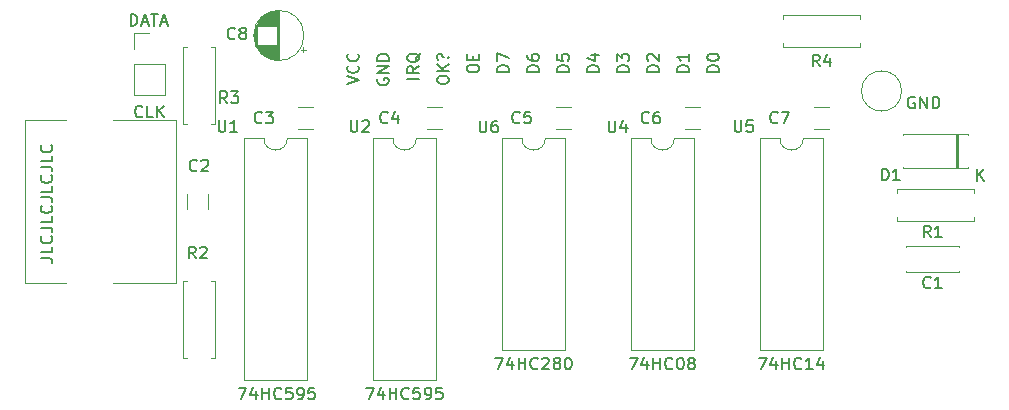
<source format=gto>
G04 #@! TF.GenerationSoftware,KiCad,Pcbnew,7.0.5-0*
G04 #@! TF.CreationDate,2023-06-22T10:16:06+02:00*
G04 #@! TF.ProjectId,ps2_interface,7073325f-696e-4746-9572-666163652e6b,1.2*
G04 #@! TF.SameCoordinates,Original*
G04 #@! TF.FileFunction,Legend,Top*
G04 #@! TF.FilePolarity,Positive*
%FSLAX46Y46*%
G04 Gerber Fmt 4.6, Leading zero omitted, Abs format (unit mm)*
G04 Created by KiCad (PCBNEW 7.0.5-0) date 2023-06-22 10:16:06*
%MOMM*%
%LPD*%
G01*
G04 APERTURE LIST*
%ADD10C,0.150000*%
%ADD11C,0.120000*%
%ADD12C,0.100000*%
%ADD13C,1.600000*%
%ADD14R,2.200000X2.200000*%
%ADD15O,2.200000X2.200000*%
%ADD16O,1.600000X1.600000*%
%ADD17R,1.600000X1.600000*%
%ADD18C,1.700000*%
%ADD19R,3.200000X2.200000*%
%ADD20R,2.200000X3.700000*%
%ADD21C,6.400000*%
%ADD22R,1.200000X1.200000*%
%ADD23C,1.200000*%
%ADD24R,1.700000X1.700000*%
%ADD25O,1.700000X1.700000*%
%ADD26C,3.000000*%
G04 APERTURE END LIST*
D10*
X116786819Y-65947969D02*
X115786819Y-65947969D01*
X115786819Y-65947969D02*
X115786819Y-65709874D01*
X115786819Y-65709874D02*
X115834438Y-65567017D01*
X115834438Y-65567017D02*
X115929676Y-65471779D01*
X115929676Y-65471779D02*
X116024914Y-65424160D01*
X116024914Y-65424160D02*
X116215390Y-65376541D01*
X116215390Y-65376541D02*
X116358247Y-65376541D01*
X116358247Y-65376541D02*
X116548723Y-65424160D01*
X116548723Y-65424160D02*
X116643961Y-65471779D01*
X116643961Y-65471779D02*
X116739200Y-65567017D01*
X116739200Y-65567017D02*
X116786819Y-65709874D01*
X116786819Y-65709874D02*
X116786819Y-65947969D01*
X115786819Y-65043207D02*
X115786819Y-64376541D01*
X115786819Y-64376541D02*
X116786819Y-64805112D01*
X84758400Y-62049819D02*
X84758400Y-61049819D01*
X84758400Y-61049819D02*
X84996495Y-61049819D01*
X84996495Y-61049819D02*
X85139352Y-61097438D01*
X85139352Y-61097438D02*
X85234590Y-61192676D01*
X85234590Y-61192676D02*
X85282209Y-61287914D01*
X85282209Y-61287914D02*
X85329828Y-61478390D01*
X85329828Y-61478390D02*
X85329828Y-61621247D01*
X85329828Y-61621247D02*
X85282209Y-61811723D01*
X85282209Y-61811723D02*
X85234590Y-61906961D01*
X85234590Y-61906961D02*
X85139352Y-62002200D01*
X85139352Y-62002200D02*
X84996495Y-62049819D01*
X84996495Y-62049819D02*
X84758400Y-62049819D01*
X85710781Y-61764104D02*
X86186971Y-61764104D01*
X85615543Y-62049819D02*
X85948876Y-61049819D01*
X85948876Y-61049819D02*
X86282209Y-62049819D01*
X86472686Y-61049819D02*
X87044114Y-61049819D01*
X86758400Y-62049819D02*
X86758400Y-61049819D01*
X87329829Y-61764104D02*
X87806019Y-61764104D01*
X87234591Y-62049819D02*
X87567924Y-61049819D01*
X87567924Y-61049819D02*
X87901257Y-62049819D01*
X115610095Y-90132819D02*
X116276761Y-90132819D01*
X116276761Y-90132819D02*
X115848190Y-91132819D01*
X117086285Y-90466152D02*
X117086285Y-91132819D01*
X116848190Y-90085200D02*
X116610095Y-90799485D01*
X116610095Y-90799485D02*
X117229142Y-90799485D01*
X117610095Y-91132819D02*
X117610095Y-90132819D01*
X117610095Y-90609009D02*
X118181523Y-90609009D01*
X118181523Y-91132819D02*
X118181523Y-90132819D01*
X119229142Y-91037580D02*
X119181523Y-91085200D01*
X119181523Y-91085200D02*
X119038666Y-91132819D01*
X119038666Y-91132819D02*
X118943428Y-91132819D01*
X118943428Y-91132819D02*
X118800571Y-91085200D01*
X118800571Y-91085200D02*
X118705333Y-90989961D01*
X118705333Y-90989961D02*
X118657714Y-90894723D01*
X118657714Y-90894723D02*
X118610095Y-90704247D01*
X118610095Y-90704247D02*
X118610095Y-90561390D01*
X118610095Y-90561390D02*
X118657714Y-90370914D01*
X118657714Y-90370914D02*
X118705333Y-90275676D01*
X118705333Y-90275676D02*
X118800571Y-90180438D01*
X118800571Y-90180438D02*
X118943428Y-90132819D01*
X118943428Y-90132819D02*
X119038666Y-90132819D01*
X119038666Y-90132819D02*
X119181523Y-90180438D01*
X119181523Y-90180438D02*
X119229142Y-90228057D01*
X119610095Y-90228057D02*
X119657714Y-90180438D01*
X119657714Y-90180438D02*
X119752952Y-90132819D01*
X119752952Y-90132819D02*
X119991047Y-90132819D01*
X119991047Y-90132819D02*
X120086285Y-90180438D01*
X120086285Y-90180438D02*
X120133904Y-90228057D01*
X120133904Y-90228057D02*
X120181523Y-90323295D01*
X120181523Y-90323295D02*
X120181523Y-90418533D01*
X120181523Y-90418533D02*
X120133904Y-90561390D01*
X120133904Y-90561390D02*
X119562476Y-91132819D01*
X119562476Y-91132819D02*
X120181523Y-91132819D01*
X120752952Y-90561390D02*
X120657714Y-90513771D01*
X120657714Y-90513771D02*
X120610095Y-90466152D01*
X120610095Y-90466152D02*
X120562476Y-90370914D01*
X120562476Y-90370914D02*
X120562476Y-90323295D01*
X120562476Y-90323295D02*
X120610095Y-90228057D01*
X120610095Y-90228057D02*
X120657714Y-90180438D01*
X120657714Y-90180438D02*
X120752952Y-90132819D01*
X120752952Y-90132819D02*
X120943428Y-90132819D01*
X120943428Y-90132819D02*
X121038666Y-90180438D01*
X121038666Y-90180438D02*
X121086285Y-90228057D01*
X121086285Y-90228057D02*
X121133904Y-90323295D01*
X121133904Y-90323295D02*
X121133904Y-90370914D01*
X121133904Y-90370914D02*
X121086285Y-90466152D01*
X121086285Y-90466152D02*
X121038666Y-90513771D01*
X121038666Y-90513771D02*
X120943428Y-90561390D01*
X120943428Y-90561390D02*
X120752952Y-90561390D01*
X120752952Y-90561390D02*
X120657714Y-90609009D01*
X120657714Y-90609009D02*
X120610095Y-90656628D01*
X120610095Y-90656628D02*
X120562476Y-90751866D01*
X120562476Y-90751866D02*
X120562476Y-90942342D01*
X120562476Y-90942342D02*
X120610095Y-91037580D01*
X120610095Y-91037580D02*
X120657714Y-91085200D01*
X120657714Y-91085200D02*
X120752952Y-91132819D01*
X120752952Y-91132819D02*
X120943428Y-91132819D01*
X120943428Y-91132819D02*
X121038666Y-91085200D01*
X121038666Y-91085200D02*
X121086285Y-91037580D01*
X121086285Y-91037580D02*
X121133904Y-90942342D01*
X121133904Y-90942342D02*
X121133904Y-90751866D01*
X121133904Y-90751866D02*
X121086285Y-90656628D01*
X121086285Y-90656628D02*
X121038666Y-90609009D01*
X121038666Y-90609009D02*
X120943428Y-90561390D01*
X121752952Y-90132819D02*
X121848190Y-90132819D01*
X121848190Y-90132819D02*
X121943428Y-90180438D01*
X121943428Y-90180438D02*
X121991047Y-90228057D01*
X121991047Y-90228057D02*
X122038666Y-90323295D01*
X122038666Y-90323295D02*
X122086285Y-90513771D01*
X122086285Y-90513771D02*
X122086285Y-90751866D01*
X122086285Y-90751866D02*
X122038666Y-90942342D01*
X122038666Y-90942342D02*
X121991047Y-91037580D01*
X121991047Y-91037580D02*
X121943428Y-91085200D01*
X121943428Y-91085200D02*
X121848190Y-91132819D01*
X121848190Y-91132819D02*
X121752952Y-91132819D01*
X121752952Y-91132819D02*
X121657714Y-91085200D01*
X121657714Y-91085200D02*
X121610095Y-91037580D01*
X121610095Y-91037580D02*
X121562476Y-90942342D01*
X121562476Y-90942342D02*
X121514857Y-90751866D01*
X121514857Y-90751866D02*
X121514857Y-90513771D01*
X121514857Y-90513771D02*
X121562476Y-90323295D01*
X121562476Y-90323295D02*
X121610095Y-90228057D01*
X121610095Y-90228057D02*
X121657714Y-90180438D01*
X121657714Y-90180438D02*
X121752952Y-90132819D01*
X121866819Y-65947969D02*
X120866819Y-65947969D01*
X120866819Y-65947969D02*
X120866819Y-65709874D01*
X120866819Y-65709874D02*
X120914438Y-65567017D01*
X120914438Y-65567017D02*
X121009676Y-65471779D01*
X121009676Y-65471779D02*
X121104914Y-65424160D01*
X121104914Y-65424160D02*
X121295390Y-65376541D01*
X121295390Y-65376541D02*
X121438247Y-65376541D01*
X121438247Y-65376541D02*
X121628723Y-65424160D01*
X121628723Y-65424160D02*
X121723961Y-65471779D01*
X121723961Y-65471779D02*
X121819200Y-65567017D01*
X121819200Y-65567017D02*
X121866819Y-65709874D01*
X121866819Y-65709874D02*
X121866819Y-65947969D01*
X120866819Y-64471779D02*
X120866819Y-64947969D01*
X120866819Y-64947969D02*
X121343009Y-64995588D01*
X121343009Y-64995588D02*
X121295390Y-64947969D01*
X121295390Y-64947969D02*
X121247771Y-64852731D01*
X121247771Y-64852731D02*
X121247771Y-64614636D01*
X121247771Y-64614636D02*
X121295390Y-64519398D01*
X121295390Y-64519398D02*
X121343009Y-64471779D01*
X121343009Y-64471779D02*
X121438247Y-64424160D01*
X121438247Y-64424160D02*
X121676342Y-64424160D01*
X121676342Y-64424160D02*
X121771580Y-64471779D01*
X121771580Y-64471779D02*
X121819200Y-64519398D01*
X121819200Y-64519398D02*
X121866819Y-64614636D01*
X121866819Y-64614636D02*
X121866819Y-64852731D01*
X121866819Y-64852731D02*
X121819200Y-64947969D01*
X121819200Y-64947969D02*
X121771580Y-64995588D01*
X105674438Y-66519398D02*
X105626819Y-66614636D01*
X105626819Y-66614636D02*
X105626819Y-66757493D01*
X105626819Y-66757493D02*
X105674438Y-66900350D01*
X105674438Y-66900350D02*
X105769676Y-66995588D01*
X105769676Y-66995588D02*
X105864914Y-67043207D01*
X105864914Y-67043207D02*
X106055390Y-67090826D01*
X106055390Y-67090826D02*
X106198247Y-67090826D01*
X106198247Y-67090826D02*
X106388723Y-67043207D01*
X106388723Y-67043207D02*
X106483961Y-66995588D01*
X106483961Y-66995588D02*
X106579200Y-66900350D01*
X106579200Y-66900350D02*
X106626819Y-66757493D01*
X106626819Y-66757493D02*
X106626819Y-66662255D01*
X106626819Y-66662255D02*
X106579200Y-66519398D01*
X106579200Y-66519398D02*
X106531580Y-66471779D01*
X106531580Y-66471779D02*
X106198247Y-66471779D01*
X106198247Y-66471779D02*
X106198247Y-66662255D01*
X106626819Y-66043207D02*
X105626819Y-66043207D01*
X105626819Y-66043207D02*
X106626819Y-65471779D01*
X106626819Y-65471779D02*
X105626819Y-65471779D01*
X106626819Y-64995588D02*
X105626819Y-64995588D01*
X105626819Y-64995588D02*
X105626819Y-64757493D01*
X105626819Y-64757493D02*
X105674438Y-64614636D01*
X105674438Y-64614636D02*
X105769676Y-64519398D01*
X105769676Y-64519398D02*
X105864914Y-64471779D01*
X105864914Y-64471779D02*
X106055390Y-64424160D01*
X106055390Y-64424160D02*
X106198247Y-64424160D01*
X106198247Y-64424160D02*
X106388723Y-64471779D01*
X106388723Y-64471779D02*
X106483961Y-64519398D01*
X106483961Y-64519398D02*
X106579200Y-64614636D01*
X106579200Y-64614636D02*
X106626819Y-64757493D01*
X106626819Y-64757493D02*
X106626819Y-64995588D01*
X132026819Y-65947969D02*
X131026819Y-65947969D01*
X131026819Y-65947969D02*
X131026819Y-65709874D01*
X131026819Y-65709874D02*
X131074438Y-65567017D01*
X131074438Y-65567017D02*
X131169676Y-65471779D01*
X131169676Y-65471779D02*
X131264914Y-65424160D01*
X131264914Y-65424160D02*
X131455390Y-65376541D01*
X131455390Y-65376541D02*
X131598247Y-65376541D01*
X131598247Y-65376541D02*
X131788723Y-65424160D01*
X131788723Y-65424160D02*
X131883961Y-65471779D01*
X131883961Y-65471779D02*
X131979200Y-65567017D01*
X131979200Y-65567017D02*
X132026819Y-65709874D01*
X132026819Y-65709874D02*
X132026819Y-65947969D01*
X132026819Y-64424160D02*
X132026819Y-64995588D01*
X132026819Y-64709874D02*
X131026819Y-64709874D01*
X131026819Y-64709874D02*
X131169676Y-64805112D01*
X131169676Y-64805112D02*
X131264914Y-64900350D01*
X131264914Y-64900350D02*
X131312533Y-64995588D01*
X119326819Y-65947969D02*
X118326819Y-65947969D01*
X118326819Y-65947969D02*
X118326819Y-65709874D01*
X118326819Y-65709874D02*
X118374438Y-65567017D01*
X118374438Y-65567017D02*
X118469676Y-65471779D01*
X118469676Y-65471779D02*
X118564914Y-65424160D01*
X118564914Y-65424160D02*
X118755390Y-65376541D01*
X118755390Y-65376541D02*
X118898247Y-65376541D01*
X118898247Y-65376541D02*
X119088723Y-65424160D01*
X119088723Y-65424160D02*
X119183961Y-65471779D01*
X119183961Y-65471779D02*
X119279200Y-65567017D01*
X119279200Y-65567017D02*
X119326819Y-65709874D01*
X119326819Y-65709874D02*
X119326819Y-65947969D01*
X118326819Y-64519398D02*
X118326819Y-64709874D01*
X118326819Y-64709874D02*
X118374438Y-64805112D01*
X118374438Y-64805112D02*
X118422057Y-64852731D01*
X118422057Y-64852731D02*
X118564914Y-64947969D01*
X118564914Y-64947969D02*
X118755390Y-64995588D01*
X118755390Y-64995588D02*
X119136342Y-64995588D01*
X119136342Y-64995588D02*
X119231580Y-64947969D01*
X119231580Y-64947969D02*
X119279200Y-64900350D01*
X119279200Y-64900350D02*
X119326819Y-64805112D01*
X119326819Y-64805112D02*
X119326819Y-64614636D01*
X119326819Y-64614636D02*
X119279200Y-64519398D01*
X119279200Y-64519398D02*
X119231580Y-64471779D01*
X119231580Y-64471779D02*
X119136342Y-64424160D01*
X119136342Y-64424160D02*
X118898247Y-64424160D01*
X118898247Y-64424160D02*
X118803009Y-64471779D01*
X118803009Y-64471779D02*
X118755390Y-64519398D01*
X118755390Y-64519398D02*
X118707771Y-64614636D01*
X118707771Y-64614636D02*
X118707771Y-64805112D01*
X118707771Y-64805112D02*
X118755390Y-64900350D01*
X118755390Y-64900350D02*
X118803009Y-64947969D01*
X118803009Y-64947969D02*
X118898247Y-64995588D01*
X104688095Y-92672819D02*
X105354761Y-92672819D01*
X105354761Y-92672819D02*
X104926190Y-93672819D01*
X106164285Y-93006152D02*
X106164285Y-93672819D01*
X105926190Y-92625200D02*
X105688095Y-93339485D01*
X105688095Y-93339485D02*
X106307142Y-93339485D01*
X106688095Y-93672819D02*
X106688095Y-92672819D01*
X106688095Y-93149009D02*
X107259523Y-93149009D01*
X107259523Y-93672819D02*
X107259523Y-92672819D01*
X108307142Y-93577580D02*
X108259523Y-93625200D01*
X108259523Y-93625200D02*
X108116666Y-93672819D01*
X108116666Y-93672819D02*
X108021428Y-93672819D01*
X108021428Y-93672819D02*
X107878571Y-93625200D01*
X107878571Y-93625200D02*
X107783333Y-93529961D01*
X107783333Y-93529961D02*
X107735714Y-93434723D01*
X107735714Y-93434723D02*
X107688095Y-93244247D01*
X107688095Y-93244247D02*
X107688095Y-93101390D01*
X107688095Y-93101390D02*
X107735714Y-92910914D01*
X107735714Y-92910914D02*
X107783333Y-92815676D01*
X107783333Y-92815676D02*
X107878571Y-92720438D01*
X107878571Y-92720438D02*
X108021428Y-92672819D01*
X108021428Y-92672819D02*
X108116666Y-92672819D01*
X108116666Y-92672819D02*
X108259523Y-92720438D01*
X108259523Y-92720438D02*
X108307142Y-92768057D01*
X109211904Y-92672819D02*
X108735714Y-92672819D01*
X108735714Y-92672819D02*
X108688095Y-93149009D01*
X108688095Y-93149009D02*
X108735714Y-93101390D01*
X108735714Y-93101390D02*
X108830952Y-93053771D01*
X108830952Y-93053771D02*
X109069047Y-93053771D01*
X109069047Y-93053771D02*
X109164285Y-93101390D01*
X109164285Y-93101390D02*
X109211904Y-93149009D01*
X109211904Y-93149009D02*
X109259523Y-93244247D01*
X109259523Y-93244247D02*
X109259523Y-93482342D01*
X109259523Y-93482342D02*
X109211904Y-93577580D01*
X109211904Y-93577580D02*
X109164285Y-93625200D01*
X109164285Y-93625200D02*
X109069047Y-93672819D01*
X109069047Y-93672819D02*
X108830952Y-93672819D01*
X108830952Y-93672819D02*
X108735714Y-93625200D01*
X108735714Y-93625200D02*
X108688095Y-93577580D01*
X109735714Y-93672819D02*
X109926190Y-93672819D01*
X109926190Y-93672819D02*
X110021428Y-93625200D01*
X110021428Y-93625200D02*
X110069047Y-93577580D01*
X110069047Y-93577580D02*
X110164285Y-93434723D01*
X110164285Y-93434723D02*
X110211904Y-93244247D01*
X110211904Y-93244247D02*
X110211904Y-92863295D01*
X110211904Y-92863295D02*
X110164285Y-92768057D01*
X110164285Y-92768057D02*
X110116666Y-92720438D01*
X110116666Y-92720438D02*
X110021428Y-92672819D01*
X110021428Y-92672819D02*
X109830952Y-92672819D01*
X109830952Y-92672819D02*
X109735714Y-92720438D01*
X109735714Y-92720438D02*
X109688095Y-92768057D01*
X109688095Y-92768057D02*
X109640476Y-92863295D01*
X109640476Y-92863295D02*
X109640476Y-93101390D01*
X109640476Y-93101390D02*
X109688095Y-93196628D01*
X109688095Y-93196628D02*
X109735714Y-93244247D01*
X109735714Y-93244247D02*
X109830952Y-93291866D01*
X109830952Y-93291866D02*
X110021428Y-93291866D01*
X110021428Y-93291866D02*
X110116666Y-93244247D01*
X110116666Y-93244247D02*
X110164285Y-93196628D01*
X110164285Y-93196628D02*
X110211904Y-93101390D01*
X111116666Y-92672819D02*
X110640476Y-92672819D01*
X110640476Y-92672819D02*
X110592857Y-93149009D01*
X110592857Y-93149009D02*
X110640476Y-93101390D01*
X110640476Y-93101390D02*
X110735714Y-93053771D01*
X110735714Y-93053771D02*
X110973809Y-93053771D01*
X110973809Y-93053771D02*
X111069047Y-93101390D01*
X111069047Y-93101390D02*
X111116666Y-93149009D01*
X111116666Y-93149009D02*
X111164285Y-93244247D01*
X111164285Y-93244247D02*
X111164285Y-93482342D01*
X111164285Y-93482342D02*
X111116666Y-93577580D01*
X111116666Y-93577580D02*
X111069047Y-93625200D01*
X111069047Y-93625200D02*
X110973809Y-93672819D01*
X110973809Y-93672819D02*
X110735714Y-93672819D01*
X110735714Y-93672819D02*
X110640476Y-93625200D01*
X110640476Y-93625200D02*
X110592857Y-93577580D01*
X129486819Y-65947969D02*
X128486819Y-65947969D01*
X128486819Y-65947969D02*
X128486819Y-65709874D01*
X128486819Y-65709874D02*
X128534438Y-65567017D01*
X128534438Y-65567017D02*
X128629676Y-65471779D01*
X128629676Y-65471779D02*
X128724914Y-65424160D01*
X128724914Y-65424160D02*
X128915390Y-65376541D01*
X128915390Y-65376541D02*
X129058247Y-65376541D01*
X129058247Y-65376541D02*
X129248723Y-65424160D01*
X129248723Y-65424160D02*
X129343961Y-65471779D01*
X129343961Y-65471779D02*
X129439200Y-65567017D01*
X129439200Y-65567017D02*
X129486819Y-65709874D01*
X129486819Y-65709874D02*
X129486819Y-65947969D01*
X128582057Y-64995588D02*
X128534438Y-64947969D01*
X128534438Y-64947969D02*
X128486819Y-64852731D01*
X128486819Y-64852731D02*
X128486819Y-64614636D01*
X128486819Y-64614636D02*
X128534438Y-64519398D01*
X128534438Y-64519398D02*
X128582057Y-64471779D01*
X128582057Y-64471779D02*
X128677295Y-64424160D01*
X128677295Y-64424160D02*
X128772533Y-64424160D01*
X128772533Y-64424160D02*
X128915390Y-64471779D01*
X128915390Y-64471779D02*
X129486819Y-65043207D01*
X129486819Y-65043207D02*
X129486819Y-64424160D01*
X127008286Y-90132819D02*
X127674952Y-90132819D01*
X127674952Y-90132819D02*
X127246381Y-91132819D01*
X128484476Y-90466152D02*
X128484476Y-91132819D01*
X128246381Y-90085200D02*
X128008286Y-90799485D01*
X128008286Y-90799485D02*
X128627333Y-90799485D01*
X129008286Y-91132819D02*
X129008286Y-90132819D01*
X129008286Y-90609009D02*
X129579714Y-90609009D01*
X129579714Y-91132819D02*
X129579714Y-90132819D01*
X130627333Y-91037580D02*
X130579714Y-91085200D01*
X130579714Y-91085200D02*
X130436857Y-91132819D01*
X130436857Y-91132819D02*
X130341619Y-91132819D01*
X130341619Y-91132819D02*
X130198762Y-91085200D01*
X130198762Y-91085200D02*
X130103524Y-90989961D01*
X130103524Y-90989961D02*
X130055905Y-90894723D01*
X130055905Y-90894723D02*
X130008286Y-90704247D01*
X130008286Y-90704247D02*
X130008286Y-90561390D01*
X130008286Y-90561390D02*
X130055905Y-90370914D01*
X130055905Y-90370914D02*
X130103524Y-90275676D01*
X130103524Y-90275676D02*
X130198762Y-90180438D01*
X130198762Y-90180438D02*
X130341619Y-90132819D01*
X130341619Y-90132819D02*
X130436857Y-90132819D01*
X130436857Y-90132819D02*
X130579714Y-90180438D01*
X130579714Y-90180438D02*
X130627333Y-90228057D01*
X131246381Y-90132819D02*
X131341619Y-90132819D01*
X131341619Y-90132819D02*
X131436857Y-90180438D01*
X131436857Y-90180438D02*
X131484476Y-90228057D01*
X131484476Y-90228057D02*
X131532095Y-90323295D01*
X131532095Y-90323295D02*
X131579714Y-90513771D01*
X131579714Y-90513771D02*
X131579714Y-90751866D01*
X131579714Y-90751866D02*
X131532095Y-90942342D01*
X131532095Y-90942342D02*
X131484476Y-91037580D01*
X131484476Y-91037580D02*
X131436857Y-91085200D01*
X131436857Y-91085200D02*
X131341619Y-91132819D01*
X131341619Y-91132819D02*
X131246381Y-91132819D01*
X131246381Y-91132819D02*
X131151143Y-91085200D01*
X131151143Y-91085200D02*
X131103524Y-91037580D01*
X131103524Y-91037580D02*
X131055905Y-90942342D01*
X131055905Y-90942342D02*
X131008286Y-90751866D01*
X131008286Y-90751866D02*
X131008286Y-90513771D01*
X131008286Y-90513771D02*
X131055905Y-90323295D01*
X131055905Y-90323295D02*
X131103524Y-90228057D01*
X131103524Y-90228057D02*
X131151143Y-90180438D01*
X131151143Y-90180438D02*
X131246381Y-90132819D01*
X132151143Y-90561390D02*
X132055905Y-90513771D01*
X132055905Y-90513771D02*
X132008286Y-90466152D01*
X132008286Y-90466152D02*
X131960667Y-90370914D01*
X131960667Y-90370914D02*
X131960667Y-90323295D01*
X131960667Y-90323295D02*
X132008286Y-90228057D01*
X132008286Y-90228057D02*
X132055905Y-90180438D01*
X132055905Y-90180438D02*
X132151143Y-90132819D01*
X132151143Y-90132819D02*
X132341619Y-90132819D01*
X132341619Y-90132819D02*
X132436857Y-90180438D01*
X132436857Y-90180438D02*
X132484476Y-90228057D01*
X132484476Y-90228057D02*
X132532095Y-90323295D01*
X132532095Y-90323295D02*
X132532095Y-90370914D01*
X132532095Y-90370914D02*
X132484476Y-90466152D01*
X132484476Y-90466152D02*
X132436857Y-90513771D01*
X132436857Y-90513771D02*
X132341619Y-90561390D01*
X132341619Y-90561390D02*
X132151143Y-90561390D01*
X132151143Y-90561390D02*
X132055905Y-90609009D01*
X132055905Y-90609009D02*
X132008286Y-90656628D01*
X132008286Y-90656628D02*
X131960667Y-90751866D01*
X131960667Y-90751866D02*
X131960667Y-90942342D01*
X131960667Y-90942342D02*
X132008286Y-91037580D01*
X132008286Y-91037580D02*
X132055905Y-91085200D01*
X132055905Y-91085200D02*
X132151143Y-91132819D01*
X132151143Y-91132819D02*
X132341619Y-91132819D01*
X132341619Y-91132819D02*
X132436857Y-91085200D01*
X132436857Y-91085200D02*
X132484476Y-91037580D01*
X132484476Y-91037580D02*
X132532095Y-90942342D01*
X132532095Y-90942342D02*
X132532095Y-90751866D01*
X132532095Y-90751866D02*
X132484476Y-90656628D01*
X132484476Y-90656628D02*
X132436857Y-90609009D01*
X132436857Y-90609009D02*
X132341619Y-90561390D01*
X77128019Y-81708048D02*
X77842304Y-81708048D01*
X77842304Y-81708048D02*
X77985161Y-81755667D01*
X77985161Y-81755667D02*
X78080400Y-81850905D01*
X78080400Y-81850905D02*
X78128019Y-81993762D01*
X78128019Y-81993762D02*
X78128019Y-82089000D01*
X78128019Y-80755667D02*
X78128019Y-81231857D01*
X78128019Y-81231857D02*
X77128019Y-81231857D01*
X78032780Y-79850905D02*
X78080400Y-79898524D01*
X78080400Y-79898524D02*
X78128019Y-80041381D01*
X78128019Y-80041381D02*
X78128019Y-80136619D01*
X78128019Y-80136619D02*
X78080400Y-80279476D01*
X78080400Y-80279476D02*
X77985161Y-80374714D01*
X77985161Y-80374714D02*
X77889923Y-80422333D01*
X77889923Y-80422333D02*
X77699447Y-80469952D01*
X77699447Y-80469952D02*
X77556590Y-80469952D01*
X77556590Y-80469952D02*
X77366114Y-80422333D01*
X77366114Y-80422333D02*
X77270876Y-80374714D01*
X77270876Y-80374714D02*
X77175638Y-80279476D01*
X77175638Y-80279476D02*
X77128019Y-80136619D01*
X77128019Y-80136619D02*
X77128019Y-80041381D01*
X77128019Y-80041381D02*
X77175638Y-79898524D01*
X77175638Y-79898524D02*
X77223257Y-79850905D01*
X77128019Y-79136619D02*
X77842304Y-79136619D01*
X77842304Y-79136619D02*
X77985161Y-79184238D01*
X77985161Y-79184238D02*
X78080400Y-79279476D01*
X78080400Y-79279476D02*
X78128019Y-79422333D01*
X78128019Y-79422333D02*
X78128019Y-79517571D01*
X78128019Y-78184238D02*
X78128019Y-78660428D01*
X78128019Y-78660428D02*
X77128019Y-78660428D01*
X78032780Y-77279476D02*
X78080400Y-77327095D01*
X78080400Y-77327095D02*
X78128019Y-77469952D01*
X78128019Y-77469952D02*
X78128019Y-77565190D01*
X78128019Y-77565190D02*
X78080400Y-77708047D01*
X78080400Y-77708047D02*
X77985161Y-77803285D01*
X77985161Y-77803285D02*
X77889923Y-77850904D01*
X77889923Y-77850904D02*
X77699447Y-77898523D01*
X77699447Y-77898523D02*
X77556590Y-77898523D01*
X77556590Y-77898523D02*
X77366114Y-77850904D01*
X77366114Y-77850904D02*
X77270876Y-77803285D01*
X77270876Y-77803285D02*
X77175638Y-77708047D01*
X77175638Y-77708047D02*
X77128019Y-77565190D01*
X77128019Y-77565190D02*
X77128019Y-77469952D01*
X77128019Y-77469952D02*
X77175638Y-77327095D01*
X77175638Y-77327095D02*
X77223257Y-77279476D01*
X77128019Y-76565190D02*
X77842304Y-76565190D01*
X77842304Y-76565190D02*
X77985161Y-76612809D01*
X77985161Y-76612809D02*
X78080400Y-76708047D01*
X78080400Y-76708047D02*
X78128019Y-76850904D01*
X78128019Y-76850904D02*
X78128019Y-76946142D01*
X78128019Y-75612809D02*
X78128019Y-76088999D01*
X78128019Y-76088999D02*
X77128019Y-76088999D01*
X78032780Y-74708047D02*
X78080400Y-74755666D01*
X78080400Y-74755666D02*
X78128019Y-74898523D01*
X78128019Y-74898523D02*
X78128019Y-74993761D01*
X78128019Y-74993761D02*
X78080400Y-75136618D01*
X78080400Y-75136618D02*
X77985161Y-75231856D01*
X77985161Y-75231856D02*
X77889923Y-75279475D01*
X77889923Y-75279475D02*
X77699447Y-75327094D01*
X77699447Y-75327094D02*
X77556590Y-75327094D01*
X77556590Y-75327094D02*
X77366114Y-75279475D01*
X77366114Y-75279475D02*
X77270876Y-75231856D01*
X77270876Y-75231856D02*
X77175638Y-75136618D01*
X77175638Y-75136618D02*
X77128019Y-74993761D01*
X77128019Y-74993761D02*
X77128019Y-74898523D01*
X77128019Y-74898523D02*
X77175638Y-74755666D01*
X77175638Y-74755666D02*
X77223257Y-74708047D01*
X77128019Y-73993761D02*
X77842304Y-73993761D01*
X77842304Y-73993761D02*
X77985161Y-74041380D01*
X77985161Y-74041380D02*
X78080400Y-74136618D01*
X78080400Y-74136618D02*
X78128019Y-74279475D01*
X78128019Y-74279475D02*
X78128019Y-74374713D01*
X78128019Y-73041380D02*
X78128019Y-73517570D01*
X78128019Y-73517570D02*
X77128019Y-73517570D01*
X78032780Y-72136618D02*
X78080400Y-72184237D01*
X78080400Y-72184237D02*
X78128019Y-72327094D01*
X78128019Y-72327094D02*
X78128019Y-72422332D01*
X78128019Y-72422332D02*
X78080400Y-72565189D01*
X78080400Y-72565189D02*
X77985161Y-72660427D01*
X77985161Y-72660427D02*
X77889923Y-72708046D01*
X77889923Y-72708046D02*
X77699447Y-72755665D01*
X77699447Y-72755665D02*
X77556590Y-72755665D01*
X77556590Y-72755665D02*
X77366114Y-72708046D01*
X77366114Y-72708046D02*
X77270876Y-72660427D01*
X77270876Y-72660427D02*
X77175638Y-72565189D01*
X77175638Y-72565189D02*
X77128019Y-72422332D01*
X77128019Y-72422332D02*
X77128019Y-72327094D01*
X77128019Y-72327094D02*
X77175638Y-72184237D01*
X77175638Y-72184237D02*
X77223257Y-72136618D01*
X85739361Y-69701580D02*
X85691742Y-69749200D01*
X85691742Y-69749200D02*
X85548885Y-69796819D01*
X85548885Y-69796819D02*
X85453647Y-69796819D01*
X85453647Y-69796819D02*
X85310790Y-69749200D01*
X85310790Y-69749200D02*
X85215552Y-69653961D01*
X85215552Y-69653961D02*
X85167933Y-69558723D01*
X85167933Y-69558723D02*
X85120314Y-69368247D01*
X85120314Y-69368247D02*
X85120314Y-69225390D01*
X85120314Y-69225390D02*
X85167933Y-69034914D01*
X85167933Y-69034914D02*
X85215552Y-68939676D01*
X85215552Y-68939676D02*
X85310790Y-68844438D01*
X85310790Y-68844438D02*
X85453647Y-68796819D01*
X85453647Y-68796819D02*
X85548885Y-68796819D01*
X85548885Y-68796819D02*
X85691742Y-68844438D01*
X85691742Y-68844438D02*
X85739361Y-68892057D01*
X86644123Y-69796819D02*
X86167933Y-69796819D01*
X86167933Y-69796819D02*
X86167933Y-68796819D01*
X86977457Y-69796819D02*
X86977457Y-68796819D01*
X87548885Y-69796819D02*
X87120314Y-69225390D01*
X87548885Y-68796819D02*
X86977457Y-69368247D01*
X137930286Y-90132819D02*
X138596952Y-90132819D01*
X138596952Y-90132819D02*
X138168381Y-91132819D01*
X139406476Y-90466152D02*
X139406476Y-91132819D01*
X139168381Y-90085200D02*
X138930286Y-90799485D01*
X138930286Y-90799485D02*
X139549333Y-90799485D01*
X139930286Y-91132819D02*
X139930286Y-90132819D01*
X139930286Y-90609009D02*
X140501714Y-90609009D01*
X140501714Y-91132819D02*
X140501714Y-90132819D01*
X141549333Y-91037580D02*
X141501714Y-91085200D01*
X141501714Y-91085200D02*
X141358857Y-91132819D01*
X141358857Y-91132819D02*
X141263619Y-91132819D01*
X141263619Y-91132819D02*
X141120762Y-91085200D01*
X141120762Y-91085200D02*
X141025524Y-90989961D01*
X141025524Y-90989961D02*
X140977905Y-90894723D01*
X140977905Y-90894723D02*
X140930286Y-90704247D01*
X140930286Y-90704247D02*
X140930286Y-90561390D01*
X140930286Y-90561390D02*
X140977905Y-90370914D01*
X140977905Y-90370914D02*
X141025524Y-90275676D01*
X141025524Y-90275676D02*
X141120762Y-90180438D01*
X141120762Y-90180438D02*
X141263619Y-90132819D01*
X141263619Y-90132819D02*
X141358857Y-90132819D01*
X141358857Y-90132819D02*
X141501714Y-90180438D01*
X141501714Y-90180438D02*
X141549333Y-90228057D01*
X142501714Y-91132819D02*
X141930286Y-91132819D01*
X142216000Y-91132819D02*
X142216000Y-90132819D01*
X142216000Y-90132819D02*
X142120762Y-90275676D01*
X142120762Y-90275676D02*
X142025524Y-90370914D01*
X142025524Y-90370914D02*
X141930286Y-90418533D01*
X143358857Y-90466152D02*
X143358857Y-91132819D01*
X143120762Y-90085200D02*
X142882667Y-90799485D01*
X142882667Y-90799485D02*
X143501714Y-90799485D01*
X93893095Y-92672819D02*
X94559761Y-92672819D01*
X94559761Y-92672819D02*
X94131190Y-93672819D01*
X95369285Y-93006152D02*
X95369285Y-93672819D01*
X95131190Y-92625200D02*
X94893095Y-93339485D01*
X94893095Y-93339485D02*
X95512142Y-93339485D01*
X95893095Y-93672819D02*
X95893095Y-92672819D01*
X95893095Y-93149009D02*
X96464523Y-93149009D01*
X96464523Y-93672819D02*
X96464523Y-92672819D01*
X97512142Y-93577580D02*
X97464523Y-93625200D01*
X97464523Y-93625200D02*
X97321666Y-93672819D01*
X97321666Y-93672819D02*
X97226428Y-93672819D01*
X97226428Y-93672819D02*
X97083571Y-93625200D01*
X97083571Y-93625200D02*
X96988333Y-93529961D01*
X96988333Y-93529961D02*
X96940714Y-93434723D01*
X96940714Y-93434723D02*
X96893095Y-93244247D01*
X96893095Y-93244247D02*
X96893095Y-93101390D01*
X96893095Y-93101390D02*
X96940714Y-92910914D01*
X96940714Y-92910914D02*
X96988333Y-92815676D01*
X96988333Y-92815676D02*
X97083571Y-92720438D01*
X97083571Y-92720438D02*
X97226428Y-92672819D01*
X97226428Y-92672819D02*
X97321666Y-92672819D01*
X97321666Y-92672819D02*
X97464523Y-92720438D01*
X97464523Y-92720438D02*
X97512142Y-92768057D01*
X98416904Y-92672819D02*
X97940714Y-92672819D01*
X97940714Y-92672819D02*
X97893095Y-93149009D01*
X97893095Y-93149009D02*
X97940714Y-93101390D01*
X97940714Y-93101390D02*
X98035952Y-93053771D01*
X98035952Y-93053771D02*
X98274047Y-93053771D01*
X98274047Y-93053771D02*
X98369285Y-93101390D01*
X98369285Y-93101390D02*
X98416904Y-93149009D01*
X98416904Y-93149009D02*
X98464523Y-93244247D01*
X98464523Y-93244247D02*
X98464523Y-93482342D01*
X98464523Y-93482342D02*
X98416904Y-93577580D01*
X98416904Y-93577580D02*
X98369285Y-93625200D01*
X98369285Y-93625200D02*
X98274047Y-93672819D01*
X98274047Y-93672819D02*
X98035952Y-93672819D01*
X98035952Y-93672819D02*
X97940714Y-93625200D01*
X97940714Y-93625200D02*
X97893095Y-93577580D01*
X98940714Y-93672819D02*
X99131190Y-93672819D01*
X99131190Y-93672819D02*
X99226428Y-93625200D01*
X99226428Y-93625200D02*
X99274047Y-93577580D01*
X99274047Y-93577580D02*
X99369285Y-93434723D01*
X99369285Y-93434723D02*
X99416904Y-93244247D01*
X99416904Y-93244247D02*
X99416904Y-92863295D01*
X99416904Y-92863295D02*
X99369285Y-92768057D01*
X99369285Y-92768057D02*
X99321666Y-92720438D01*
X99321666Y-92720438D02*
X99226428Y-92672819D01*
X99226428Y-92672819D02*
X99035952Y-92672819D01*
X99035952Y-92672819D02*
X98940714Y-92720438D01*
X98940714Y-92720438D02*
X98893095Y-92768057D01*
X98893095Y-92768057D02*
X98845476Y-92863295D01*
X98845476Y-92863295D02*
X98845476Y-93101390D01*
X98845476Y-93101390D02*
X98893095Y-93196628D01*
X98893095Y-93196628D02*
X98940714Y-93244247D01*
X98940714Y-93244247D02*
X99035952Y-93291866D01*
X99035952Y-93291866D02*
X99226428Y-93291866D01*
X99226428Y-93291866D02*
X99321666Y-93244247D01*
X99321666Y-93244247D02*
X99369285Y-93196628D01*
X99369285Y-93196628D02*
X99416904Y-93101390D01*
X100321666Y-92672819D02*
X99845476Y-92672819D01*
X99845476Y-92672819D02*
X99797857Y-93149009D01*
X99797857Y-93149009D02*
X99845476Y-93101390D01*
X99845476Y-93101390D02*
X99940714Y-93053771D01*
X99940714Y-93053771D02*
X100178809Y-93053771D01*
X100178809Y-93053771D02*
X100274047Y-93101390D01*
X100274047Y-93101390D02*
X100321666Y-93149009D01*
X100321666Y-93149009D02*
X100369285Y-93244247D01*
X100369285Y-93244247D02*
X100369285Y-93482342D01*
X100369285Y-93482342D02*
X100321666Y-93577580D01*
X100321666Y-93577580D02*
X100274047Y-93625200D01*
X100274047Y-93625200D02*
X100178809Y-93672819D01*
X100178809Y-93672819D02*
X99940714Y-93672819D01*
X99940714Y-93672819D02*
X99845476Y-93625200D01*
X99845476Y-93625200D02*
X99797857Y-93577580D01*
X113246819Y-65757493D02*
X113246819Y-65567017D01*
X113246819Y-65567017D02*
X113294438Y-65471779D01*
X113294438Y-65471779D02*
X113389676Y-65376541D01*
X113389676Y-65376541D02*
X113580152Y-65328922D01*
X113580152Y-65328922D02*
X113913485Y-65328922D01*
X113913485Y-65328922D02*
X114103961Y-65376541D01*
X114103961Y-65376541D02*
X114199200Y-65471779D01*
X114199200Y-65471779D02*
X114246819Y-65567017D01*
X114246819Y-65567017D02*
X114246819Y-65757493D01*
X114246819Y-65757493D02*
X114199200Y-65852731D01*
X114199200Y-65852731D02*
X114103961Y-65947969D01*
X114103961Y-65947969D02*
X113913485Y-65995588D01*
X113913485Y-65995588D02*
X113580152Y-65995588D01*
X113580152Y-65995588D02*
X113389676Y-65947969D01*
X113389676Y-65947969D02*
X113294438Y-65852731D01*
X113294438Y-65852731D02*
X113246819Y-65757493D01*
X113723009Y-64900350D02*
X113723009Y-64567017D01*
X114246819Y-64424160D02*
X114246819Y-64900350D01*
X114246819Y-64900350D02*
X113246819Y-64900350D01*
X113246819Y-64900350D02*
X113246819Y-64424160D01*
X110706819Y-66709874D02*
X110706819Y-66519398D01*
X110706819Y-66519398D02*
X110754438Y-66424160D01*
X110754438Y-66424160D02*
X110849676Y-66328922D01*
X110849676Y-66328922D02*
X111040152Y-66281303D01*
X111040152Y-66281303D02*
X111373485Y-66281303D01*
X111373485Y-66281303D02*
X111563961Y-66328922D01*
X111563961Y-66328922D02*
X111659200Y-66424160D01*
X111659200Y-66424160D02*
X111706819Y-66519398D01*
X111706819Y-66519398D02*
X111706819Y-66709874D01*
X111706819Y-66709874D02*
X111659200Y-66805112D01*
X111659200Y-66805112D02*
X111563961Y-66900350D01*
X111563961Y-66900350D02*
X111373485Y-66947969D01*
X111373485Y-66947969D02*
X111040152Y-66947969D01*
X111040152Y-66947969D02*
X110849676Y-66900350D01*
X110849676Y-66900350D02*
X110754438Y-66805112D01*
X110754438Y-66805112D02*
X110706819Y-66709874D01*
X111706819Y-65852731D02*
X110706819Y-65852731D01*
X111706819Y-65281303D02*
X111135390Y-65709874D01*
X110706819Y-65281303D02*
X111278247Y-65852731D01*
X111611580Y-64709874D02*
X111659200Y-64662255D01*
X111659200Y-64662255D02*
X111706819Y-64709874D01*
X111706819Y-64709874D02*
X111659200Y-64757493D01*
X111659200Y-64757493D02*
X111611580Y-64709874D01*
X111611580Y-64709874D02*
X111706819Y-64709874D01*
X110754438Y-64900350D02*
X110706819Y-64805112D01*
X110706819Y-64805112D02*
X110706819Y-64567017D01*
X110706819Y-64567017D02*
X110754438Y-64471779D01*
X110754438Y-64471779D02*
X110849676Y-64424160D01*
X110849676Y-64424160D02*
X110944914Y-64424160D01*
X110944914Y-64424160D02*
X111040152Y-64471779D01*
X111040152Y-64471779D02*
X111087771Y-64519398D01*
X111087771Y-64519398D02*
X111135390Y-64614636D01*
X111135390Y-64614636D02*
X111183009Y-64662255D01*
X111183009Y-64662255D02*
X111278247Y-64709874D01*
X111278247Y-64709874D02*
X111325866Y-64709874D01*
X126946819Y-65947969D02*
X125946819Y-65947969D01*
X125946819Y-65947969D02*
X125946819Y-65709874D01*
X125946819Y-65709874D02*
X125994438Y-65567017D01*
X125994438Y-65567017D02*
X126089676Y-65471779D01*
X126089676Y-65471779D02*
X126184914Y-65424160D01*
X126184914Y-65424160D02*
X126375390Y-65376541D01*
X126375390Y-65376541D02*
X126518247Y-65376541D01*
X126518247Y-65376541D02*
X126708723Y-65424160D01*
X126708723Y-65424160D02*
X126803961Y-65471779D01*
X126803961Y-65471779D02*
X126899200Y-65567017D01*
X126899200Y-65567017D02*
X126946819Y-65709874D01*
X126946819Y-65709874D02*
X126946819Y-65947969D01*
X125946819Y-65043207D02*
X125946819Y-64424160D01*
X125946819Y-64424160D02*
X126327771Y-64757493D01*
X126327771Y-64757493D02*
X126327771Y-64614636D01*
X126327771Y-64614636D02*
X126375390Y-64519398D01*
X126375390Y-64519398D02*
X126423009Y-64471779D01*
X126423009Y-64471779D02*
X126518247Y-64424160D01*
X126518247Y-64424160D02*
X126756342Y-64424160D01*
X126756342Y-64424160D02*
X126851580Y-64471779D01*
X126851580Y-64471779D02*
X126899200Y-64519398D01*
X126899200Y-64519398D02*
X126946819Y-64614636D01*
X126946819Y-64614636D02*
X126946819Y-64900350D01*
X126946819Y-64900350D02*
X126899200Y-64995588D01*
X126899200Y-64995588D02*
X126851580Y-65043207D01*
X134566819Y-65947969D02*
X133566819Y-65947969D01*
X133566819Y-65947969D02*
X133566819Y-65709874D01*
X133566819Y-65709874D02*
X133614438Y-65567017D01*
X133614438Y-65567017D02*
X133709676Y-65471779D01*
X133709676Y-65471779D02*
X133804914Y-65424160D01*
X133804914Y-65424160D02*
X133995390Y-65376541D01*
X133995390Y-65376541D02*
X134138247Y-65376541D01*
X134138247Y-65376541D02*
X134328723Y-65424160D01*
X134328723Y-65424160D02*
X134423961Y-65471779D01*
X134423961Y-65471779D02*
X134519200Y-65567017D01*
X134519200Y-65567017D02*
X134566819Y-65709874D01*
X134566819Y-65709874D02*
X134566819Y-65947969D01*
X133566819Y-64757493D02*
X133566819Y-64662255D01*
X133566819Y-64662255D02*
X133614438Y-64567017D01*
X133614438Y-64567017D02*
X133662057Y-64519398D01*
X133662057Y-64519398D02*
X133757295Y-64471779D01*
X133757295Y-64471779D02*
X133947771Y-64424160D01*
X133947771Y-64424160D02*
X134185866Y-64424160D01*
X134185866Y-64424160D02*
X134376342Y-64471779D01*
X134376342Y-64471779D02*
X134471580Y-64519398D01*
X134471580Y-64519398D02*
X134519200Y-64567017D01*
X134519200Y-64567017D02*
X134566819Y-64662255D01*
X134566819Y-64662255D02*
X134566819Y-64757493D01*
X134566819Y-64757493D02*
X134519200Y-64852731D01*
X134519200Y-64852731D02*
X134471580Y-64900350D01*
X134471580Y-64900350D02*
X134376342Y-64947969D01*
X134376342Y-64947969D02*
X134185866Y-64995588D01*
X134185866Y-64995588D02*
X133947771Y-64995588D01*
X133947771Y-64995588D02*
X133757295Y-64947969D01*
X133757295Y-64947969D02*
X133662057Y-64900350D01*
X133662057Y-64900350D02*
X133614438Y-64852731D01*
X133614438Y-64852731D02*
X133566819Y-64757493D01*
X124406819Y-65947969D02*
X123406819Y-65947969D01*
X123406819Y-65947969D02*
X123406819Y-65709874D01*
X123406819Y-65709874D02*
X123454438Y-65567017D01*
X123454438Y-65567017D02*
X123549676Y-65471779D01*
X123549676Y-65471779D02*
X123644914Y-65424160D01*
X123644914Y-65424160D02*
X123835390Y-65376541D01*
X123835390Y-65376541D02*
X123978247Y-65376541D01*
X123978247Y-65376541D02*
X124168723Y-65424160D01*
X124168723Y-65424160D02*
X124263961Y-65471779D01*
X124263961Y-65471779D02*
X124359200Y-65567017D01*
X124359200Y-65567017D02*
X124406819Y-65709874D01*
X124406819Y-65709874D02*
X124406819Y-65947969D01*
X123740152Y-64519398D02*
X124406819Y-64519398D01*
X123359200Y-64757493D02*
X124073485Y-64995588D01*
X124073485Y-64995588D02*
X124073485Y-64376541D01*
X103086819Y-66995588D02*
X104086819Y-66662255D01*
X104086819Y-66662255D02*
X103086819Y-66328922D01*
X103991580Y-65424160D02*
X104039200Y-65471779D01*
X104039200Y-65471779D02*
X104086819Y-65614636D01*
X104086819Y-65614636D02*
X104086819Y-65709874D01*
X104086819Y-65709874D02*
X104039200Y-65852731D01*
X104039200Y-65852731D02*
X103943961Y-65947969D01*
X103943961Y-65947969D02*
X103848723Y-65995588D01*
X103848723Y-65995588D02*
X103658247Y-66043207D01*
X103658247Y-66043207D02*
X103515390Y-66043207D01*
X103515390Y-66043207D02*
X103324914Y-65995588D01*
X103324914Y-65995588D02*
X103229676Y-65947969D01*
X103229676Y-65947969D02*
X103134438Y-65852731D01*
X103134438Y-65852731D02*
X103086819Y-65709874D01*
X103086819Y-65709874D02*
X103086819Y-65614636D01*
X103086819Y-65614636D02*
X103134438Y-65471779D01*
X103134438Y-65471779D02*
X103182057Y-65424160D01*
X103991580Y-64424160D02*
X104039200Y-64471779D01*
X104039200Y-64471779D02*
X104086819Y-64614636D01*
X104086819Y-64614636D02*
X104086819Y-64709874D01*
X104086819Y-64709874D02*
X104039200Y-64852731D01*
X104039200Y-64852731D02*
X103943961Y-64947969D01*
X103943961Y-64947969D02*
X103848723Y-64995588D01*
X103848723Y-64995588D02*
X103658247Y-65043207D01*
X103658247Y-65043207D02*
X103515390Y-65043207D01*
X103515390Y-65043207D02*
X103324914Y-64995588D01*
X103324914Y-64995588D02*
X103229676Y-64947969D01*
X103229676Y-64947969D02*
X103134438Y-64852731D01*
X103134438Y-64852731D02*
X103086819Y-64709874D01*
X103086819Y-64709874D02*
X103086819Y-64614636D01*
X103086819Y-64614636D02*
X103134438Y-64471779D01*
X103134438Y-64471779D02*
X103182057Y-64424160D01*
X109166819Y-66519397D02*
X108166819Y-66519397D01*
X109166819Y-65471779D02*
X108690628Y-65805112D01*
X109166819Y-66043207D02*
X108166819Y-66043207D01*
X108166819Y-66043207D02*
X108166819Y-65662255D01*
X108166819Y-65662255D02*
X108214438Y-65567017D01*
X108214438Y-65567017D02*
X108262057Y-65519398D01*
X108262057Y-65519398D02*
X108357295Y-65471779D01*
X108357295Y-65471779D02*
X108500152Y-65471779D01*
X108500152Y-65471779D02*
X108595390Y-65519398D01*
X108595390Y-65519398D02*
X108643009Y-65567017D01*
X108643009Y-65567017D02*
X108690628Y-65662255D01*
X108690628Y-65662255D02*
X108690628Y-66043207D01*
X109262057Y-64376541D02*
X109214438Y-64471779D01*
X109214438Y-64471779D02*
X109119200Y-64567017D01*
X109119200Y-64567017D02*
X108976342Y-64709874D01*
X108976342Y-64709874D02*
X108928723Y-64805112D01*
X108928723Y-64805112D02*
X108928723Y-64900350D01*
X109166819Y-64852731D02*
X109119200Y-64947969D01*
X109119200Y-64947969D02*
X109023961Y-65043207D01*
X109023961Y-65043207D02*
X108833485Y-65090826D01*
X108833485Y-65090826D02*
X108500152Y-65090826D01*
X108500152Y-65090826D02*
X108309676Y-65043207D01*
X108309676Y-65043207D02*
X108214438Y-64947969D01*
X108214438Y-64947969D02*
X108166819Y-64852731D01*
X108166819Y-64852731D02*
X108166819Y-64662255D01*
X108166819Y-64662255D02*
X108214438Y-64567017D01*
X108214438Y-64567017D02*
X108309676Y-64471779D01*
X108309676Y-64471779D02*
X108500152Y-64424160D01*
X108500152Y-64424160D02*
X108833485Y-64424160D01*
X108833485Y-64424160D02*
X109023961Y-64471779D01*
X109023961Y-64471779D02*
X109119200Y-64567017D01*
X109119200Y-64567017D02*
X109166819Y-64662255D01*
X109166819Y-64662255D02*
X109166819Y-64852731D01*
X152487333Y-84179580D02*
X152439714Y-84227200D01*
X152439714Y-84227200D02*
X152296857Y-84274819D01*
X152296857Y-84274819D02*
X152201619Y-84274819D01*
X152201619Y-84274819D02*
X152058762Y-84227200D01*
X152058762Y-84227200D02*
X151963524Y-84131961D01*
X151963524Y-84131961D02*
X151915905Y-84036723D01*
X151915905Y-84036723D02*
X151868286Y-83846247D01*
X151868286Y-83846247D02*
X151868286Y-83703390D01*
X151868286Y-83703390D02*
X151915905Y-83512914D01*
X151915905Y-83512914D02*
X151963524Y-83417676D01*
X151963524Y-83417676D02*
X152058762Y-83322438D01*
X152058762Y-83322438D02*
X152201619Y-83274819D01*
X152201619Y-83274819D02*
X152296857Y-83274819D01*
X152296857Y-83274819D02*
X152439714Y-83322438D01*
X152439714Y-83322438D02*
X152487333Y-83370057D01*
X153439714Y-84274819D02*
X152868286Y-84274819D01*
X153154000Y-84274819D02*
X153154000Y-83274819D01*
X153154000Y-83274819D02*
X153058762Y-83417676D01*
X153058762Y-83417676D02*
X152963524Y-83512914D01*
X152963524Y-83512914D02*
X152868286Y-83560533D01*
X90358933Y-74273580D02*
X90311314Y-74321200D01*
X90311314Y-74321200D02*
X90168457Y-74368819D01*
X90168457Y-74368819D02*
X90073219Y-74368819D01*
X90073219Y-74368819D02*
X89930362Y-74321200D01*
X89930362Y-74321200D02*
X89835124Y-74225961D01*
X89835124Y-74225961D02*
X89787505Y-74130723D01*
X89787505Y-74130723D02*
X89739886Y-73940247D01*
X89739886Y-73940247D02*
X89739886Y-73797390D01*
X89739886Y-73797390D02*
X89787505Y-73606914D01*
X89787505Y-73606914D02*
X89835124Y-73511676D01*
X89835124Y-73511676D02*
X89930362Y-73416438D01*
X89930362Y-73416438D02*
X90073219Y-73368819D01*
X90073219Y-73368819D02*
X90168457Y-73368819D01*
X90168457Y-73368819D02*
X90311314Y-73416438D01*
X90311314Y-73416438D02*
X90358933Y-73464057D01*
X90739886Y-73464057D02*
X90787505Y-73416438D01*
X90787505Y-73416438D02*
X90882743Y-73368819D01*
X90882743Y-73368819D02*
X91120838Y-73368819D01*
X91120838Y-73368819D02*
X91216076Y-73416438D01*
X91216076Y-73416438D02*
X91263695Y-73464057D01*
X91263695Y-73464057D02*
X91311314Y-73559295D01*
X91311314Y-73559295D02*
X91311314Y-73654533D01*
X91311314Y-73654533D02*
X91263695Y-73797390D01*
X91263695Y-73797390D02*
X90692267Y-74368819D01*
X90692267Y-74368819D02*
X91311314Y-74368819D01*
X95865333Y-70209580D02*
X95817714Y-70257200D01*
X95817714Y-70257200D02*
X95674857Y-70304819D01*
X95674857Y-70304819D02*
X95579619Y-70304819D01*
X95579619Y-70304819D02*
X95436762Y-70257200D01*
X95436762Y-70257200D02*
X95341524Y-70161961D01*
X95341524Y-70161961D02*
X95293905Y-70066723D01*
X95293905Y-70066723D02*
X95246286Y-69876247D01*
X95246286Y-69876247D02*
X95246286Y-69733390D01*
X95246286Y-69733390D02*
X95293905Y-69542914D01*
X95293905Y-69542914D02*
X95341524Y-69447676D01*
X95341524Y-69447676D02*
X95436762Y-69352438D01*
X95436762Y-69352438D02*
X95579619Y-69304819D01*
X95579619Y-69304819D02*
X95674857Y-69304819D01*
X95674857Y-69304819D02*
X95817714Y-69352438D01*
X95817714Y-69352438D02*
X95865333Y-69400057D01*
X96198667Y-69304819D02*
X96817714Y-69304819D01*
X96817714Y-69304819D02*
X96484381Y-69685771D01*
X96484381Y-69685771D02*
X96627238Y-69685771D01*
X96627238Y-69685771D02*
X96722476Y-69733390D01*
X96722476Y-69733390D02*
X96770095Y-69781009D01*
X96770095Y-69781009D02*
X96817714Y-69876247D01*
X96817714Y-69876247D02*
X96817714Y-70114342D01*
X96817714Y-70114342D02*
X96770095Y-70209580D01*
X96770095Y-70209580D02*
X96722476Y-70257200D01*
X96722476Y-70257200D02*
X96627238Y-70304819D01*
X96627238Y-70304819D02*
X96341524Y-70304819D01*
X96341524Y-70304819D02*
X96246286Y-70257200D01*
X96246286Y-70257200D02*
X96198667Y-70209580D01*
X106513333Y-70209580D02*
X106465714Y-70257200D01*
X106465714Y-70257200D02*
X106322857Y-70304819D01*
X106322857Y-70304819D02*
X106227619Y-70304819D01*
X106227619Y-70304819D02*
X106084762Y-70257200D01*
X106084762Y-70257200D02*
X105989524Y-70161961D01*
X105989524Y-70161961D02*
X105941905Y-70066723D01*
X105941905Y-70066723D02*
X105894286Y-69876247D01*
X105894286Y-69876247D02*
X105894286Y-69733390D01*
X105894286Y-69733390D02*
X105941905Y-69542914D01*
X105941905Y-69542914D02*
X105989524Y-69447676D01*
X105989524Y-69447676D02*
X106084762Y-69352438D01*
X106084762Y-69352438D02*
X106227619Y-69304819D01*
X106227619Y-69304819D02*
X106322857Y-69304819D01*
X106322857Y-69304819D02*
X106465714Y-69352438D01*
X106465714Y-69352438D02*
X106513333Y-69400057D01*
X107370476Y-69638152D02*
X107370476Y-70304819D01*
X107132381Y-69257200D02*
X106894286Y-69971485D01*
X106894286Y-69971485D02*
X107513333Y-69971485D01*
X117689333Y-70209580D02*
X117641714Y-70257200D01*
X117641714Y-70257200D02*
X117498857Y-70304819D01*
X117498857Y-70304819D02*
X117403619Y-70304819D01*
X117403619Y-70304819D02*
X117260762Y-70257200D01*
X117260762Y-70257200D02*
X117165524Y-70161961D01*
X117165524Y-70161961D02*
X117117905Y-70066723D01*
X117117905Y-70066723D02*
X117070286Y-69876247D01*
X117070286Y-69876247D02*
X117070286Y-69733390D01*
X117070286Y-69733390D02*
X117117905Y-69542914D01*
X117117905Y-69542914D02*
X117165524Y-69447676D01*
X117165524Y-69447676D02*
X117260762Y-69352438D01*
X117260762Y-69352438D02*
X117403619Y-69304819D01*
X117403619Y-69304819D02*
X117498857Y-69304819D01*
X117498857Y-69304819D02*
X117641714Y-69352438D01*
X117641714Y-69352438D02*
X117689333Y-69400057D01*
X118594095Y-69304819D02*
X118117905Y-69304819D01*
X118117905Y-69304819D02*
X118070286Y-69781009D01*
X118070286Y-69781009D02*
X118117905Y-69733390D01*
X118117905Y-69733390D02*
X118213143Y-69685771D01*
X118213143Y-69685771D02*
X118451238Y-69685771D01*
X118451238Y-69685771D02*
X118546476Y-69733390D01*
X118546476Y-69733390D02*
X118594095Y-69781009D01*
X118594095Y-69781009D02*
X118641714Y-69876247D01*
X118641714Y-69876247D02*
X118641714Y-70114342D01*
X118641714Y-70114342D02*
X118594095Y-70209580D01*
X118594095Y-70209580D02*
X118546476Y-70257200D01*
X118546476Y-70257200D02*
X118451238Y-70304819D01*
X118451238Y-70304819D02*
X118213143Y-70304819D01*
X118213143Y-70304819D02*
X118117905Y-70257200D01*
X118117905Y-70257200D02*
X118070286Y-70209580D01*
X128631333Y-70209580D02*
X128583714Y-70257200D01*
X128583714Y-70257200D02*
X128440857Y-70304819D01*
X128440857Y-70304819D02*
X128345619Y-70304819D01*
X128345619Y-70304819D02*
X128202762Y-70257200D01*
X128202762Y-70257200D02*
X128107524Y-70161961D01*
X128107524Y-70161961D02*
X128059905Y-70066723D01*
X128059905Y-70066723D02*
X128012286Y-69876247D01*
X128012286Y-69876247D02*
X128012286Y-69733390D01*
X128012286Y-69733390D02*
X128059905Y-69542914D01*
X128059905Y-69542914D02*
X128107524Y-69447676D01*
X128107524Y-69447676D02*
X128202762Y-69352438D01*
X128202762Y-69352438D02*
X128345619Y-69304819D01*
X128345619Y-69304819D02*
X128440857Y-69304819D01*
X128440857Y-69304819D02*
X128583714Y-69352438D01*
X128583714Y-69352438D02*
X128631333Y-69400057D01*
X129488476Y-69304819D02*
X129298000Y-69304819D01*
X129298000Y-69304819D02*
X129202762Y-69352438D01*
X129202762Y-69352438D02*
X129155143Y-69400057D01*
X129155143Y-69400057D02*
X129059905Y-69542914D01*
X129059905Y-69542914D02*
X129012286Y-69733390D01*
X129012286Y-69733390D02*
X129012286Y-70114342D01*
X129012286Y-70114342D02*
X129059905Y-70209580D01*
X129059905Y-70209580D02*
X129107524Y-70257200D01*
X129107524Y-70257200D02*
X129202762Y-70304819D01*
X129202762Y-70304819D02*
X129393238Y-70304819D01*
X129393238Y-70304819D02*
X129488476Y-70257200D01*
X129488476Y-70257200D02*
X129536095Y-70209580D01*
X129536095Y-70209580D02*
X129583714Y-70114342D01*
X129583714Y-70114342D02*
X129583714Y-69876247D01*
X129583714Y-69876247D02*
X129536095Y-69781009D01*
X129536095Y-69781009D02*
X129488476Y-69733390D01*
X129488476Y-69733390D02*
X129393238Y-69685771D01*
X129393238Y-69685771D02*
X129202762Y-69685771D01*
X129202762Y-69685771D02*
X129107524Y-69733390D01*
X129107524Y-69733390D02*
X129059905Y-69781009D01*
X129059905Y-69781009D02*
X129012286Y-69876247D01*
X139533333Y-70209580D02*
X139485714Y-70257200D01*
X139485714Y-70257200D02*
X139342857Y-70304819D01*
X139342857Y-70304819D02*
X139247619Y-70304819D01*
X139247619Y-70304819D02*
X139104762Y-70257200D01*
X139104762Y-70257200D02*
X139009524Y-70161961D01*
X139009524Y-70161961D02*
X138961905Y-70066723D01*
X138961905Y-70066723D02*
X138914286Y-69876247D01*
X138914286Y-69876247D02*
X138914286Y-69733390D01*
X138914286Y-69733390D02*
X138961905Y-69542914D01*
X138961905Y-69542914D02*
X139009524Y-69447676D01*
X139009524Y-69447676D02*
X139104762Y-69352438D01*
X139104762Y-69352438D02*
X139247619Y-69304819D01*
X139247619Y-69304819D02*
X139342857Y-69304819D01*
X139342857Y-69304819D02*
X139485714Y-69352438D01*
X139485714Y-69352438D02*
X139533333Y-69400057D01*
X139866667Y-69304819D02*
X140533333Y-69304819D01*
X140533333Y-69304819D02*
X140104762Y-70304819D01*
X148359905Y-75130819D02*
X148359905Y-74130819D01*
X148359905Y-74130819D02*
X148598000Y-74130819D01*
X148598000Y-74130819D02*
X148740857Y-74178438D01*
X148740857Y-74178438D02*
X148836095Y-74273676D01*
X148836095Y-74273676D02*
X148883714Y-74368914D01*
X148883714Y-74368914D02*
X148931333Y-74559390D01*
X148931333Y-74559390D02*
X148931333Y-74702247D01*
X148931333Y-74702247D02*
X148883714Y-74892723D01*
X148883714Y-74892723D02*
X148836095Y-74987961D01*
X148836095Y-74987961D02*
X148740857Y-75083200D01*
X148740857Y-75083200D02*
X148598000Y-75130819D01*
X148598000Y-75130819D02*
X148359905Y-75130819D01*
X149883714Y-75130819D02*
X149312286Y-75130819D01*
X149598000Y-75130819D02*
X149598000Y-74130819D01*
X149598000Y-74130819D02*
X149502762Y-74273676D01*
X149502762Y-74273676D02*
X149407524Y-74368914D01*
X149407524Y-74368914D02*
X149312286Y-74416533D01*
X156456095Y-75198819D02*
X156456095Y-74198819D01*
X157027523Y-75198819D02*
X156598952Y-74627390D01*
X157027523Y-74198819D02*
X156456095Y-74770247D01*
X152487333Y-79956819D02*
X152154000Y-79480628D01*
X151915905Y-79956819D02*
X151915905Y-78956819D01*
X151915905Y-78956819D02*
X152296857Y-78956819D01*
X152296857Y-78956819D02*
X152392095Y-79004438D01*
X152392095Y-79004438D02*
X152439714Y-79052057D01*
X152439714Y-79052057D02*
X152487333Y-79147295D01*
X152487333Y-79147295D02*
X152487333Y-79290152D01*
X152487333Y-79290152D02*
X152439714Y-79385390D01*
X152439714Y-79385390D02*
X152392095Y-79433009D01*
X152392095Y-79433009D02*
X152296857Y-79480628D01*
X152296857Y-79480628D02*
X151915905Y-79480628D01*
X153439714Y-79956819D02*
X152868286Y-79956819D01*
X153154000Y-79956819D02*
X153154000Y-78956819D01*
X153154000Y-78956819D02*
X153058762Y-79099676D01*
X153058762Y-79099676D02*
X152963524Y-79194914D01*
X152963524Y-79194914D02*
X152868286Y-79242533D01*
X90257333Y-81734819D02*
X89924000Y-81258628D01*
X89685905Y-81734819D02*
X89685905Y-80734819D01*
X89685905Y-80734819D02*
X90066857Y-80734819D01*
X90066857Y-80734819D02*
X90162095Y-80782438D01*
X90162095Y-80782438D02*
X90209714Y-80830057D01*
X90209714Y-80830057D02*
X90257333Y-80925295D01*
X90257333Y-80925295D02*
X90257333Y-81068152D01*
X90257333Y-81068152D02*
X90209714Y-81163390D01*
X90209714Y-81163390D02*
X90162095Y-81211009D01*
X90162095Y-81211009D02*
X90066857Y-81258628D01*
X90066857Y-81258628D02*
X89685905Y-81258628D01*
X90638286Y-80830057D02*
X90685905Y-80782438D01*
X90685905Y-80782438D02*
X90781143Y-80734819D01*
X90781143Y-80734819D02*
X91019238Y-80734819D01*
X91019238Y-80734819D02*
X91114476Y-80782438D01*
X91114476Y-80782438D02*
X91162095Y-80830057D01*
X91162095Y-80830057D02*
X91209714Y-80925295D01*
X91209714Y-80925295D02*
X91209714Y-81020533D01*
X91209714Y-81020533D02*
X91162095Y-81163390D01*
X91162095Y-81163390D02*
X90590667Y-81734819D01*
X90590667Y-81734819D02*
X91209714Y-81734819D01*
X143089333Y-65478819D02*
X142756000Y-65002628D01*
X142517905Y-65478819D02*
X142517905Y-64478819D01*
X142517905Y-64478819D02*
X142898857Y-64478819D01*
X142898857Y-64478819D02*
X142994095Y-64526438D01*
X142994095Y-64526438D02*
X143041714Y-64574057D01*
X143041714Y-64574057D02*
X143089333Y-64669295D01*
X143089333Y-64669295D02*
X143089333Y-64812152D01*
X143089333Y-64812152D02*
X143041714Y-64907390D01*
X143041714Y-64907390D02*
X142994095Y-64955009D01*
X142994095Y-64955009D02*
X142898857Y-65002628D01*
X142898857Y-65002628D02*
X142517905Y-65002628D01*
X143946476Y-64812152D02*
X143946476Y-65478819D01*
X143708381Y-64431200D02*
X143470286Y-65145485D01*
X143470286Y-65145485D02*
X144089333Y-65145485D01*
X92202095Y-70022819D02*
X92202095Y-70832342D01*
X92202095Y-70832342D02*
X92249714Y-70927580D01*
X92249714Y-70927580D02*
X92297333Y-70975200D01*
X92297333Y-70975200D02*
X92392571Y-71022819D01*
X92392571Y-71022819D02*
X92583047Y-71022819D01*
X92583047Y-71022819D02*
X92678285Y-70975200D01*
X92678285Y-70975200D02*
X92725904Y-70927580D01*
X92725904Y-70927580D02*
X92773523Y-70832342D01*
X92773523Y-70832342D02*
X92773523Y-70022819D01*
X93773523Y-71022819D02*
X93202095Y-71022819D01*
X93487809Y-71022819D02*
X93487809Y-70022819D01*
X93487809Y-70022819D02*
X93392571Y-70165676D01*
X93392571Y-70165676D02*
X93297333Y-70260914D01*
X93297333Y-70260914D02*
X93202095Y-70308533D01*
X103378095Y-70022819D02*
X103378095Y-70832342D01*
X103378095Y-70832342D02*
X103425714Y-70927580D01*
X103425714Y-70927580D02*
X103473333Y-70975200D01*
X103473333Y-70975200D02*
X103568571Y-71022819D01*
X103568571Y-71022819D02*
X103759047Y-71022819D01*
X103759047Y-71022819D02*
X103854285Y-70975200D01*
X103854285Y-70975200D02*
X103901904Y-70927580D01*
X103901904Y-70927580D02*
X103949523Y-70832342D01*
X103949523Y-70832342D02*
X103949523Y-70022819D01*
X104378095Y-70118057D02*
X104425714Y-70070438D01*
X104425714Y-70070438D02*
X104520952Y-70022819D01*
X104520952Y-70022819D02*
X104759047Y-70022819D01*
X104759047Y-70022819D02*
X104854285Y-70070438D01*
X104854285Y-70070438D02*
X104901904Y-70118057D01*
X104901904Y-70118057D02*
X104949523Y-70213295D01*
X104949523Y-70213295D02*
X104949523Y-70308533D01*
X104949523Y-70308533D02*
X104901904Y-70451390D01*
X104901904Y-70451390D02*
X104330476Y-71022819D01*
X104330476Y-71022819D02*
X104949523Y-71022819D01*
X125222095Y-70066819D02*
X125222095Y-70876342D01*
X125222095Y-70876342D02*
X125269714Y-70971580D01*
X125269714Y-70971580D02*
X125317333Y-71019200D01*
X125317333Y-71019200D02*
X125412571Y-71066819D01*
X125412571Y-71066819D02*
X125603047Y-71066819D01*
X125603047Y-71066819D02*
X125698285Y-71019200D01*
X125698285Y-71019200D02*
X125745904Y-70971580D01*
X125745904Y-70971580D02*
X125793523Y-70876342D01*
X125793523Y-70876342D02*
X125793523Y-70066819D01*
X126698285Y-70400152D02*
X126698285Y-71066819D01*
X126460190Y-70019200D02*
X126222095Y-70733485D01*
X126222095Y-70733485D02*
X126841142Y-70733485D01*
X135890095Y-70022819D02*
X135890095Y-70832342D01*
X135890095Y-70832342D02*
X135937714Y-70927580D01*
X135937714Y-70927580D02*
X135985333Y-70975200D01*
X135985333Y-70975200D02*
X136080571Y-71022819D01*
X136080571Y-71022819D02*
X136271047Y-71022819D01*
X136271047Y-71022819D02*
X136366285Y-70975200D01*
X136366285Y-70975200D02*
X136413904Y-70927580D01*
X136413904Y-70927580D02*
X136461523Y-70832342D01*
X136461523Y-70832342D02*
X136461523Y-70022819D01*
X137413904Y-70022819D02*
X136937714Y-70022819D01*
X136937714Y-70022819D02*
X136890095Y-70499009D01*
X136890095Y-70499009D02*
X136937714Y-70451390D01*
X136937714Y-70451390D02*
X137032952Y-70403771D01*
X137032952Y-70403771D02*
X137271047Y-70403771D01*
X137271047Y-70403771D02*
X137366285Y-70451390D01*
X137366285Y-70451390D02*
X137413904Y-70499009D01*
X137413904Y-70499009D02*
X137461523Y-70594247D01*
X137461523Y-70594247D02*
X137461523Y-70832342D01*
X137461523Y-70832342D02*
X137413904Y-70927580D01*
X137413904Y-70927580D02*
X137366285Y-70975200D01*
X137366285Y-70975200D02*
X137271047Y-71022819D01*
X137271047Y-71022819D02*
X137032952Y-71022819D01*
X137032952Y-71022819D02*
X136937714Y-70975200D01*
X136937714Y-70975200D02*
X136890095Y-70927580D01*
X92924333Y-68603019D02*
X92591000Y-68126828D01*
X92352905Y-68603019D02*
X92352905Y-67603019D01*
X92352905Y-67603019D02*
X92733857Y-67603019D01*
X92733857Y-67603019D02*
X92829095Y-67650638D01*
X92829095Y-67650638D02*
X92876714Y-67698257D01*
X92876714Y-67698257D02*
X92924333Y-67793495D01*
X92924333Y-67793495D02*
X92924333Y-67936352D01*
X92924333Y-67936352D02*
X92876714Y-68031590D01*
X92876714Y-68031590D02*
X92829095Y-68079209D01*
X92829095Y-68079209D02*
X92733857Y-68126828D01*
X92733857Y-68126828D02*
X92352905Y-68126828D01*
X93257667Y-67603019D02*
X93876714Y-67603019D01*
X93876714Y-67603019D02*
X93543381Y-67983971D01*
X93543381Y-67983971D02*
X93686238Y-67983971D01*
X93686238Y-67983971D02*
X93781476Y-68031590D01*
X93781476Y-68031590D02*
X93829095Y-68079209D01*
X93829095Y-68079209D02*
X93876714Y-68174447D01*
X93876714Y-68174447D02*
X93876714Y-68412542D01*
X93876714Y-68412542D02*
X93829095Y-68507780D01*
X93829095Y-68507780D02*
X93781476Y-68555400D01*
X93781476Y-68555400D02*
X93686238Y-68603019D01*
X93686238Y-68603019D02*
X93400524Y-68603019D01*
X93400524Y-68603019D02*
X93305286Y-68555400D01*
X93305286Y-68555400D02*
X93257667Y-68507780D01*
X93584733Y-63097580D02*
X93537114Y-63145200D01*
X93537114Y-63145200D02*
X93394257Y-63192819D01*
X93394257Y-63192819D02*
X93299019Y-63192819D01*
X93299019Y-63192819D02*
X93156162Y-63145200D01*
X93156162Y-63145200D02*
X93060924Y-63049961D01*
X93060924Y-63049961D02*
X93013305Y-62954723D01*
X93013305Y-62954723D02*
X92965686Y-62764247D01*
X92965686Y-62764247D02*
X92965686Y-62621390D01*
X92965686Y-62621390D02*
X93013305Y-62430914D01*
X93013305Y-62430914D02*
X93060924Y-62335676D01*
X93060924Y-62335676D02*
X93156162Y-62240438D01*
X93156162Y-62240438D02*
X93299019Y-62192819D01*
X93299019Y-62192819D02*
X93394257Y-62192819D01*
X93394257Y-62192819D02*
X93537114Y-62240438D01*
X93537114Y-62240438D02*
X93584733Y-62288057D01*
X94156162Y-62621390D02*
X94060924Y-62573771D01*
X94060924Y-62573771D02*
X94013305Y-62526152D01*
X94013305Y-62526152D02*
X93965686Y-62430914D01*
X93965686Y-62430914D02*
X93965686Y-62383295D01*
X93965686Y-62383295D02*
X94013305Y-62288057D01*
X94013305Y-62288057D02*
X94060924Y-62240438D01*
X94060924Y-62240438D02*
X94156162Y-62192819D01*
X94156162Y-62192819D02*
X94346638Y-62192819D01*
X94346638Y-62192819D02*
X94441876Y-62240438D01*
X94441876Y-62240438D02*
X94489495Y-62288057D01*
X94489495Y-62288057D02*
X94537114Y-62383295D01*
X94537114Y-62383295D02*
X94537114Y-62430914D01*
X94537114Y-62430914D02*
X94489495Y-62526152D01*
X94489495Y-62526152D02*
X94441876Y-62573771D01*
X94441876Y-62573771D02*
X94346638Y-62621390D01*
X94346638Y-62621390D02*
X94156162Y-62621390D01*
X94156162Y-62621390D02*
X94060924Y-62669009D01*
X94060924Y-62669009D02*
X94013305Y-62716628D01*
X94013305Y-62716628D02*
X93965686Y-62811866D01*
X93965686Y-62811866D02*
X93965686Y-63002342D01*
X93965686Y-63002342D02*
X94013305Y-63097580D01*
X94013305Y-63097580D02*
X94060924Y-63145200D01*
X94060924Y-63145200D02*
X94156162Y-63192819D01*
X94156162Y-63192819D02*
X94346638Y-63192819D01*
X94346638Y-63192819D02*
X94441876Y-63145200D01*
X94441876Y-63145200D02*
X94489495Y-63097580D01*
X94489495Y-63097580D02*
X94537114Y-63002342D01*
X94537114Y-63002342D02*
X94537114Y-62811866D01*
X94537114Y-62811866D02*
X94489495Y-62716628D01*
X94489495Y-62716628D02*
X94441876Y-62669009D01*
X94441876Y-62669009D02*
X94346638Y-62621390D01*
X151130095Y-68082438D02*
X151034857Y-68034819D01*
X151034857Y-68034819D02*
X150892000Y-68034819D01*
X150892000Y-68034819D02*
X150749143Y-68082438D01*
X150749143Y-68082438D02*
X150653905Y-68177676D01*
X150653905Y-68177676D02*
X150606286Y-68272914D01*
X150606286Y-68272914D02*
X150558667Y-68463390D01*
X150558667Y-68463390D02*
X150558667Y-68606247D01*
X150558667Y-68606247D02*
X150606286Y-68796723D01*
X150606286Y-68796723D02*
X150653905Y-68891961D01*
X150653905Y-68891961D02*
X150749143Y-68987200D01*
X150749143Y-68987200D02*
X150892000Y-69034819D01*
X150892000Y-69034819D02*
X150987238Y-69034819D01*
X150987238Y-69034819D02*
X151130095Y-68987200D01*
X151130095Y-68987200D02*
X151177714Y-68939580D01*
X151177714Y-68939580D02*
X151177714Y-68606247D01*
X151177714Y-68606247D02*
X150987238Y-68606247D01*
X151606286Y-69034819D02*
X151606286Y-68034819D01*
X151606286Y-68034819D02*
X152177714Y-69034819D01*
X152177714Y-69034819D02*
X152177714Y-68034819D01*
X152653905Y-69034819D02*
X152653905Y-68034819D01*
X152653905Y-68034819D02*
X152892000Y-68034819D01*
X152892000Y-68034819D02*
X153034857Y-68082438D01*
X153034857Y-68082438D02*
X153130095Y-68177676D01*
X153130095Y-68177676D02*
X153177714Y-68272914D01*
X153177714Y-68272914D02*
X153225333Y-68463390D01*
X153225333Y-68463390D02*
X153225333Y-68606247D01*
X153225333Y-68606247D02*
X153177714Y-68796723D01*
X153177714Y-68796723D02*
X153130095Y-68891961D01*
X153130095Y-68891961D02*
X153034857Y-68987200D01*
X153034857Y-68987200D02*
X152892000Y-69034819D01*
X152892000Y-69034819D02*
X152653905Y-69034819D01*
X114300095Y-70066819D02*
X114300095Y-70876342D01*
X114300095Y-70876342D02*
X114347714Y-70971580D01*
X114347714Y-70971580D02*
X114395333Y-71019200D01*
X114395333Y-71019200D02*
X114490571Y-71066819D01*
X114490571Y-71066819D02*
X114681047Y-71066819D01*
X114681047Y-71066819D02*
X114776285Y-71019200D01*
X114776285Y-71019200D02*
X114823904Y-70971580D01*
X114823904Y-70971580D02*
X114871523Y-70876342D01*
X114871523Y-70876342D02*
X114871523Y-70066819D01*
X115776285Y-70066819D02*
X115585809Y-70066819D01*
X115585809Y-70066819D02*
X115490571Y-70114438D01*
X115490571Y-70114438D02*
X115442952Y-70162057D01*
X115442952Y-70162057D02*
X115347714Y-70304914D01*
X115347714Y-70304914D02*
X115300095Y-70495390D01*
X115300095Y-70495390D02*
X115300095Y-70876342D01*
X115300095Y-70876342D02*
X115347714Y-70971580D01*
X115347714Y-70971580D02*
X115395333Y-71019200D01*
X115395333Y-71019200D02*
X115490571Y-71066819D01*
X115490571Y-71066819D02*
X115681047Y-71066819D01*
X115681047Y-71066819D02*
X115776285Y-71019200D01*
X115776285Y-71019200D02*
X115823904Y-70971580D01*
X115823904Y-70971580D02*
X115871523Y-70876342D01*
X115871523Y-70876342D02*
X115871523Y-70638247D01*
X115871523Y-70638247D02*
X115823904Y-70543009D01*
X115823904Y-70543009D02*
X115776285Y-70495390D01*
X115776285Y-70495390D02*
X115681047Y-70447771D01*
X115681047Y-70447771D02*
X115490571Y-70447771D01*
X115490571Y-70447771D02*
X115395333Y-70495390D01*
X115395333Y-70495390D02*
X115347714Y-70543009D01*
X115347714Y-70543009D02*
X115300095Y-70638247D01*
D11*
X150384000Y-80718000D02*
X150384000Y-80733000D01*
X150384000Y-80718000D02*
X154924000Y-80718000D01*
X150384000Y-82843000D02*
X150384000Y-82858000D01*
X150384000Y-82858000D02*
X154924000Y-82858000D01*
X154924000Y-80718000D02*
X154924000Y-80733000D01*
X154924000Y-82843000D02*
X154924000Y-82858000D01*
X91344000Y-76313000D02*
X91344000Y-77571000D01*
X89504000Y-76313000D02*
X89504000Y-77571000D01*
X100217000Y-70770000D02*
X98959000Y-70770000D01*
X100217000Y-68930000D02*
X98959000Y-68930000D01*
X111139000Y-70770000D02*
X109881000Y-70770000D01*
X111139000Y-68930000D02*
X109881000Y-68930000D01*
X122061000Y-70770000D02*
X120803000Y-70770000D01*
X122061000Y-68930000D02*
X120803000Y-68930000D01*
X132983000Y-70770000D02*
X131725000Y-70770000D01*
X132983000Y-68930000D02*
X131725000Y-68930000D01*
X143905000Y-70770000D02*
X142647000Y-70770000D01*
X143905000Y-68930000D02*
X142647000Y-68930000D01*
X155628000Y-74114000D02*
X150188000Y-74114000D01*
X155628000Y-73984000D02*
X155628000Y-74114000D01*
X155628000Y-71304000D02*
X155628000Y-71174000D01*
X155628000Y-71174000D02*
X150188000Y-71174000D01*
X154848000Y-74114000D02*
X154848000Y-71174000D01*
X154728000Y-74114000D02*
X154728000Y-71174000D01*
X154608000Y-74114000D02*
X154608000Y-71174000D01*
X150188000Y-74114000D02*
X150188000Y-73984000D01*
X150188000Y-71174000D02*
X150188000Y-71304000D01*
X149638000Y-75846000D02*
X156178000Y-75846000D01*
X149638000Y-76176000D02*
X149638000Y-75846000D01*
X149638000Y-78256000D02*
X149638000Y-78586000D01*
X149638000Y-78586000D02*
X156178000Y-78586000D01*
X156178000Y-75846000D02*
X156178000Y-76176000D01*
X156178000Y-78586000D02*
X156178000Y-78256000D01*
X91895600Y-83648800D02*
X91895600Y-90188800D01*
X91565600Y-83648800D02*
X91895600Y-83648800D01*
X89485600Y-83648800D02*
X89155600Y-83648800D01*
X89155600Y-83648800D02*
X89155600Y-90188800D01*
X91895600Y-90188800D02*
X91565600Y-90188800D01*
X89155600Y-90188800D02*
X89485600Y-90188800D01*
X139986000Y-61114000D02*
X146526000Y-61114000D01*
X139986000Y-61444000D02*
X139986000Y-61114000D01*
X139986000Y-63524000D02*
X139986000Y-63854000D01*
X139986000Y-63854000D02*
X146526000Y-63854000D01*
X146526000Y-61114000D02*
X146526000Y-61444000D01*
X146526000Y-63854000D02*
X146526000Y-63524000D01*
X94378000Y-71568000D02*
X94378000Y-92008000D01*
X94378000Y-92008000D02*
X99678000Y-92008000D01*
X96028000Y-71568000D02*
X94378000Y-71568000D01*
X99678000Y-71568000D02*
X98028000Y-71568000D01*
X99678000Y-92008000D02*
X99678000Y-71568000D01*
X96028000Y-71568000D02*
G75*
G03*
X98028000Y-71568000I1000000J0D01*
G01*
X105300000Y-71568000D02*
X105300000Y-92008000D01*
X105300000Y-92008000D02*
X110600000Y-92008000D01*
X106950000Y-71568000D02*
X105300000Y-71568000D01*
X110600000Y-71568000D02*
X108950000Y-71568000D01*
X110600000Y-92008000D02*
X110600000Y-71568000D01*
X106950000Y-71568000D02*
G75*
G03*
X108950000Y-71568000I1000000J0D01*
G01*
X127144000Y-71568000D02*
X127144000Y-89468000D01*
X127144000Y-89468000D02*
X132444000Y-89468000D01*
X128794000Y-71568000D02*
X127144000Y-71568000D01*
X132444000Y-71568000D02*
X130794000Y-71568000D01*
X132444000Y-89468000D02*
X132444000Y-71568000D01*
X128794000Y-71568000D02*
G75*
G03*
X130794000Y-71568000I1000000J0D01*
G01*
D12*
X75780000Y-83862000D02*
X75780000Y-70062000D01*
X79280000Y-83862000D02*
X75780000Y-83862000D01*
X88580000Y-83862000D02*
X83280000Y-83862000D01*
X75780000Y-70062000D02*
X79280000Y-70062000D01*
X88580000Y-70062000D02*
X88580000Y-83862000D01*
X88580000Y-70062000D02*
X83280000Y-70062000D01*
D11*
X138066000Y-71568000D02*
X138066000Y-89468000D01*
X138066000Y-89468000D02*
X143366000Y-89468000D01*
X139716000Y-71568000D02*
X138066000Y-71568000D01*
X143366000Y-71568000D02*
X141716000Y-71568000D01*
X143366000Y-89468000D02*
X143366000Y-71568000D01*
X139716000Y-71568000D02*
G75*
G03*
X141716000Y-71568000I1000000J0D01*
G01*
X91895600Y-63811400D02*
X91895600Y-70351400D01*
X91565600Y-63811400D02*
X91895600Y-63811400D01*
X89485600Y-63811400D02*
X89155600Y-63811400D01*
X89155600Y-63811400D02*
X89155600Y-70351400D01*
X91895600Y-70351400D02*
X91565600Y-70351400D01*
X89155600Y-70351400D02*
X89485600Y-70351400D01*
X99567801Y-64060000D02*
X99167801Y-64060000D01*
X99367801Y-64260000D02*
X99367801Y-63860000D01*
X97298000Y-64945000D02*
X97298000Y-60785000D01*
X97258000Y-64945000D02*
X97258000Y-60785000D01*
X97218000Y-64944000D02*
X97218000Y-60786000D01*
X97178000Y-64942000D02*
X97178000Y-60788000D01*
X97138000Y-64939000D02*
X97138000Y-60791000D01*
X97098000Y-64936000D02*
X97098000Y-63705000D01*
X97098000Y-62025000D02*
X97098000Y-60794000D01*
X97058000Y-64932000D02*
X97058000Y-63705000D01*
X97058000Y-62025000D02*
X97058000Y-60798000D01*
X97018000Y-64927000D02*
X97018000Y-63705000D01*
X97018000Y-62025000D02*
X97018000Y-60803000D01*
X96978000Y-64921000D02*
X96978000Y-63705000D01*
X96978000Y-62025000D02*
X96978000Y-60809000D01*
X96938000Y-64915000D02*
X96938000Y-63705000D01*
X96938000Y-62025000D02*
X96938000Y-60815000D01*
X96898000Y-64907000D02*
X96898000Y-63705000D01*
X96898000Y-62025000D02*
X96898000Y-60823000D01*
X96858000Y-64899000D02*
X96858000Y-63705000D01*
X96858000Y-62025000D02*
X96858000Y-60831000D01*
X96818000Y-64890000D02*
X96818000Y-63705000D01*
X96818000Y-62025000D02*
X96818000Y-60840000D01*
X96778000Y-64881000D02*
X96778000Y-63705000D01*
X96778000Y-62025000D02*
X96778000Y-60849000D01*
X96738000Y-64870000D02*
X96738000Y-63705000D01*
X96738000Y-62025000D02*
X96738000Y-60860000D01*
X96698000Y-64859000D02*
X96698000Y-63705000D01*
X96698000Y-62025000D02*
X96698000Y-60871000D01*
X96658000Y-64847000D02*
X96658000Y-63705000D01*
X96658000Y-62025000D02*
X96658000Y-60883000D01*
X96618000Y-64833000D02*
X96618000Y-63705000D01*
X96618000Y-62025000D02*
X96618000Y-60897000D01*
X96577000Y-64819000D02*
X96577000Y-63705000D01*
X96577000Y-62025000D02*
X96577000Y-60911000D01*
X96537000Y-64805000D02*
X96537000Y-63705000D01*
X96537000Y-62025000D02*
X96537000Y-60925000D01*
X96497000Y-64789000D02*
X96497000Y-63705000D01*
X96497000Y-62025000D02*
X96497000Y-60941000D01*
X96457000Y-64772000D02*
X96457000Y-63705000D01*
X96457000Y-62025000D02*
X96457000Y-60958000D01*
X96417000Y-64754000D02*
X96417000Y-63705000D01*
X96417000Y-62025000D02*
X96417000Y-60976000D01*
X96377000Y-64735000D02*
X96377000Y-63705000D01*
X96377000Y-62025000D02*
X96377000Y-60995000D01*
X96337000Y-64716000D02*
X96337000Y-63705000D01*
X96337000Y-62025000D02*
X96337000Y-61014000D01*
X96297000Y-64695000D02*
X96297000Y-63705000D01*
X96297000Y-62025000D02*
X96297000Y-61035000D01*
X96257000Y-64673000D02*
X96257000Y-63705000D01*
X96257000Y-62025000D02*
X96257000Y-61057000D01*
X96217000Y-64650000D02*
X96217000Y-63705000D01*
X96217000Y-62025000D02*
X96217000Y-61080000D01*
X96177000Y-64625000D02*
X96177000Y-63705000D01*
X96177000Y-62025000D02*
X96177000Y-61105000D01*
X96137000Y-64600000D02*
X96137000Y-63705000D01*
X96137000Y-62025000D02*
X96137000Y-61130000D01*
X96097000Y-64573000D02*
X96097000Y-63705000D01*
X96097000Y-62025000D02*
X96097000Y-61157000D01*
X96057000Y-64545000D02*
X96057000Y-63705000D01*
X96057000Y-62025000D02*
X96057000Y-61185000D01*
X96017000Y-64515000D02*
X96017000Y-63705000D01*
X96017000Y-62025000D02*
X96017000Y-61215000D01*
X95977000Y-64484000D02*
X95977000Y-63705000D01*
X95977000Y-62025000D02*
X95977000Y-61246000D01*
X95937000Y-64452000D02*
X95937000Y-63705000D01*
X95937000Y-62025000D02*
X95937000Y-61278000D01*
X95897000Y-64417000D02*
X95897000Y-63705000D01*
X95897000Y-62025000D02*
X95897000Y-61313000D01*
X95857000Y-64381000D02*
X95857000Y-63705000D01*
X95857000Y-62025000D02*
X95857000Y-61349000D01*
X95817000Y-64343000D02*
X95817000Y-63705000D01*
X95817000Y-62025000D02*
X95817000Y-61387000D01*
X95777000Y-64303000D02*
X95777000Y-63705000D01*
X95777000Y-62025000D02*
X95777000Y-61427000D01*
X95737000Y-64261000D02*
X95737000Y-63705000D01*
X95737000Y-62025000D02*
X95737000Y-61469000D01*
X95697000Y-64216000D02*
X95697000Y-63705000D01*
X95697000Y-62025000D02*
X95697000Y-61514000D01*
X95657000Y-64169000D02*
X95657000Y-63705000D01*
X95657000Y-62025000D02*
X95657000Y-61561000D01*
X95617000Y-64119000D02*
X95617000Y-63705000D01*
X95617000Y-62025000D02*
X95617000Y-61611000D01*
X95577000Y-64065000D02*
X95577000Y-63705000D01*
X95577000Y-62025000D02*
X95577000Y-61665000D01*
X95537000Y-64007000D02*
X95537000Y-63705000D01*
X95537000Y-62025000D02*
X95537000Y-61723000D01*
X95497000Y-63945000D02*
X95497000Y-63705000D01*
X95497000Y-62025000D02*
X95497000Y-61785000D01*
X95457000Y-63878000D02*
X95457000Y-61852000D01*
X95417000Y-63805000D02*
X95417000Y-61925000D01*
X95377000Y-63724000D02*
X95377000Y-62006000D01*
X95337000Y-63633000D02*
X95337000Y-62097000D01*
X95297000Y-63529000D02*
X95297000Y-62201000D01*
X95257000Y-63402000D02*
X95257000Y-62328000D01*
X95217000Y-63235000D02*
X95217000Y-62495000D01*
X99418000Y-62865000D02*
G75*
G03*
X99418000Y-62865000I-2120000J0D01*
G01*
X85004600Y-62678000D02*
X86334600Y-62678000D01*
X85004600Y-64008000D02*
X85004600Y-62678000D01*
X85004600Y-65278000D02*
X85004600Y-67878000D01*
X85004600Y-65278000D02*
X87664600Y-65278000D01*
X85004600Y-67878000D02*
X87664600Y-67878000D01*
X87664600Y-65278000D02*
X87664600Y-67878000D01*
X150036000Y-67564000D02*
G75*
G03*
X150036000Y-67564000I-1700000J0D01*
G01*
X116222000Y-71568000D02*
X116222000Y-89468000D01*
X116222000Y-89468000D02*
X121522000Y-89468000D01*
X117872000Y-71568000D02*
X116222000Y-71568000D01*
X121522000Y-71568000D02*
X119872000Y-71568000D01*
X121522000Y-89468000D02*
X121522000Y-71568000D01*
X117872000Y-71568000D02*
G75*
G03*
X119872000Y-71568000I1000000J0D01*
G01*
%LPC*%
D13*
X150154000Y-81788000D03*
X155154000Y-81788000D03*
X90424000Y-75692000D03*
X90424000Y-78192000D03*
X100838000Y-69850000D03*
X98338000Y-69850000D03*
X111760000Y-69850000D03*
X109260000Y-69850000D03*
X122682000Y-69850000D03*
X120182000Y-69850000D03*
X133604000Y-69850000D03*
X131104000Y-69850000D03*
X144526000Y-69850000D03*
X142026000Y-69850000D03*
D14*
X156718000Y-72644000D03*
D15*
X149098000Y-72644000D03*
D13*
X149098000Y-77216000D03*
D16*
X156718000Y-77216000D03*
D13*
X90525600Y-83108800D03*
D16*
X90525600Y-90728800D03*
D13*
X139446000Y-62484000D03*
D16*
X147066000Y-62484000D03*
D17*
X93218000Y-72898000D03*
D16*
X93218000Y-75438000D03*
X93218000Y-77978000D03*
X93218000Y-80518000D03*
X93218000Y-83058000D03*
X93218000Y-85598000D03*
X93218000Y-88138000D03*
X93218000Y-90678000D03*
X100838000Y-90678000D03*
X100838000Y-88138000D03*
X100838000Y-85598000D03*
X100838000Y-83058000D03*
X100838000Y-80518000D03*
X100838000Y-77978000D03*
X100838000Y-75438000D03*
X100838000Y-72898000D03*
D17*
X104140000Y-72898000D03*
D16*
X104140000Y-75438000D03*
X104140000Y-77978000D03*
X104140000Y-80518000D03*
X104140000Y-83058000D03*
X104140000Y-85598000D03*
X104140000Y-88138000D03*
X104140000Y-90678000D03*
X111760000Y-90678000D03*
X111760000Y-88138000D03*
X111760000Y-85598000D03*
X111760000Y-83058000D03*
X111760000Y-80518000D03*
X111760000Y-77978000D03*
X111760000Y-75438000D03*
X111760000Y-72898000D03*
D17*
X125984000Y-72898000D03*
D16*
X125984000Y-75438000D03*
X125984000Y-77978000D03*
X125984000Y-80518000D03*
X125984000Y-83058000D03*
X125984000Y-85598000D03*
X125984000Y-88138000D03*
X133604000Y-88138000D03*
X133604000Y-85598000D03*
X133604000Y-83058000D03*
X133604000Y-80518000D03*
X133604000Y-77978000D03*
X133604000Y-75438000D03*
X133604000Y-72898000D03*
D18*
X84405000Y-78262000D03*
X84405000Y-75662000D03*
X84405000Y-80362000D03*
X84405000Y-73562000D03*
X87030000Y-80362000D03*
X87030000Y-73562000D03*
D19*
X81280000Y-83962000D03*
D20*
X80480000Y-76962000D03*
D19*
X81280000Y-69962000D03*
D21*
X80010000Y-89916000D03*
X154686000Y-64262000D03*
X154686000Y-89916000D03*
X80010000Y-64262000D03*
D17*
X136906000Y-72898000D03*
D16*
X136906000Y-75438000D03*
X136906000Y-77978000D03*
X136906000Y-80518000D03*
X136906000Y-83058000D03*
X136906000Y-85598000D03*
X136906000Y-88138000D03*
X144526000Y-88138000D03*
X144526000Y-85598000D03*
X144526000Y-83058000D03*
X144526000Y-80518000D03*
X144526000Y-77978000D03*
X144526000Y-75438000D03*
X144526000Y-72898000D03*
D13*
X90525600Y-63271400D03*
D16*
X90525600Y-70891400D03*
D22*
X98298000Y-62865000D03*
D23*
X96298000Y-62865000D03*
D24*
X86334600Y-64008000D03*
D25*
X86334600Y-66548000D03*
D26*
X148336000Y-67564000D03*
D17*
X115062000Y-72898000D03*
D16*
X115062000Y-75438000D03*
X115062000Y-77978000D03*
X115062000Y-80518000D03*
X115062000Y-83058000D03*
X115062000Y-85598000D03*
X115062000Y-88138000D03*
X122682000Y-88138000D03*
X122682000Y-85598000D03*
X122682000Y-83058000D03*
X122682000Y-80518000D03*
X122682000Y-77978000D03*
X122682000Y-75438000D03*
X122682000Y-72898000D03*
D24*
X103632000Y-62484000D03*
D25*
X106172000Y-62484000D03*
X108712000Y-62484000D03*
X111252000Y-62484000D03*
X113792000Y-62484000D03*
X116332000Y-62484000D03*
X118872000Y-62484000D03*
X121412000Y-62484000D03*
X123952000Y-62484000D03*
X126492000Y-62484000D03*
X129032000Y-62484000D03*
X131572000Y-62484000D03*
X134112000Y-62484000D03*
%LPD*%
M02*

</source>
